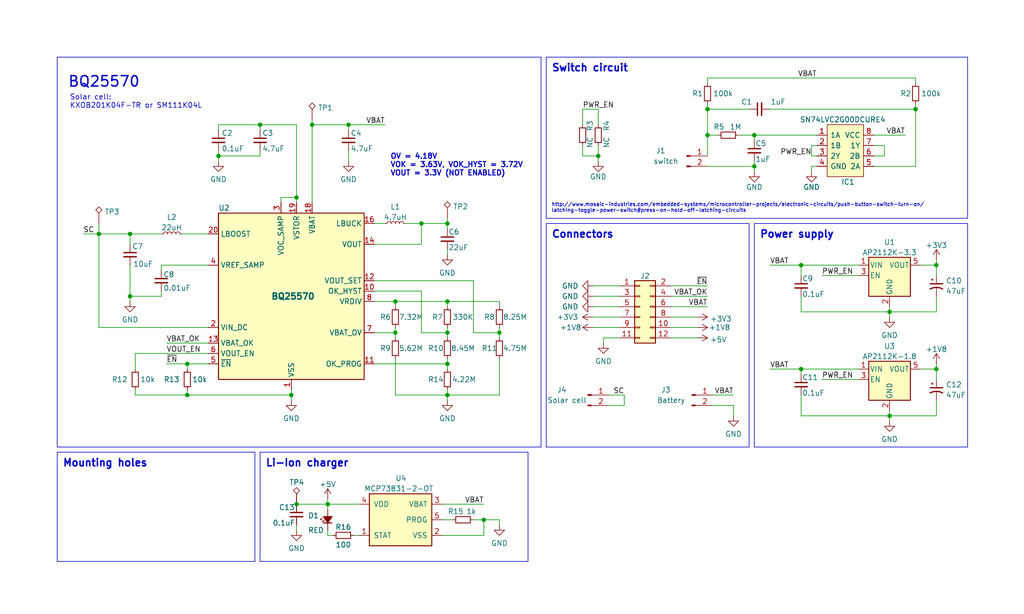
<source format=kicad_sch>
(kicad_sch (version 20230121) (generator eeschema)

  (uuid 65265907-6721-4f79-b3a8-f708d4e7460b)

  (paper "User" 250.012 150.012)

  (title_block
    (title "HexSense Svalbard - PWR")
    (date "2023-05-23")
    (company "MIT Media Lab")
    (comment 1 "Fangzheng Liu")
  )

  (lib_symbols
    (symbol "Battery_Management:BQ25570" (in_bom yes) (on_board yes)
      (property "Reference" "U?" (at -15.24 16.51 0)
        (effects (font (size 1.27 1.27)) (justify left))
      )
      (property "Value" "BQ25570" (at -2.54 -5.08 0)
        (effects (font (size 1.524 1.524) bold) (justify left))
      )
      (property "Footprint" "Package_DFN_QFN:QFN-20-1EP_3.5x3.5mm_P0.5mm_EP2x2mm" (at 7.62 33.02 0)
        (effects (font (size 1.27 1.27)) hide)
      )
      (property "Datasheet" "http://www.ti.com/lit/ds/symlink/bq25570.pdf" (at 10.16 30.48 0)
        (effects (font (size 1.27 1.27)) hide)
      )
      (property "ki_keywords" "harvester solar TEG charger li-on buck" (at 0 0 0)
        (effects (font (size 1.27 1.27)) hide)
      )
      (property "ki_description" "Nano Power Boost Charger and Buck Converter for Energy Harvester Powered Applications, QFN-20" (at 0 0 0)
        (effects (font (size 1.27 1.27)) hide)
      )
      (property "ki_fp_filters" "QFN*1EP*3.5x3.5mm*P0.5mm*" (at 0 0 0)
        (effects (font (size 1.27 1.27)) hide)
      )
      (symbol "BQ25570_0_1"
        (rectangle (start -15.24 15.24) (end 20.32 -25.4)
          (stroke (width 0.254) (type default))
          (fill (type background))
        )
      )
      (symbol "BQ25570_1_1"
        (pin power_in line (at 2.54 -27.94 90) (length 2.54)
          (name "VSS" (effects (font (size 1.27 1.27))))
          (number "1" (effects (font (size 1.27 1.27))))
        )
        (pin input line (at 22.86 -3.81 180) (length 2.54)
          (name "OK_HYST" (effects (font (size 1.27 1.27))))
          (number "10" (effects (font (size 1.27 1.27))))
        )
        (pin input line (at 22.86 -21.59 180) (length 2.54)
          (name "OK_PROG" (effects (font (size 1.27 1.27))))
          (number "11" (effects (font (size 1.27 1.27))))
        )
        (pin input line (at 22.86 -1.27 180) (length 2.54)
          (name "VOUT_SET" (effects (font (size 1.27 1.27))))
          (number "12" (effects (font (size 1.27 1.27))))
        )
        (pin output line (at -17.78 -16.51 0) (length 2.54)
          (name "VBAT_OK" (effects (font (size 1.27 1.27))))
          (number "13" (effects (font (size 1.27 1.27))))
        )
        (pin input line (at 22.86 7.62 180) (length 2.54)
          (name "VOUT" (effects (font (size 1.27 1.27))))
          (number "14" (effects (font (size 1.27 1.27))))
        )
        (pin passive line (at 2.54 -27.94 90) (length 2.54) hide
          (name "VSS" (effects (font (size 1.27 1.27))))
          (number "15" (effects (font (size 1.27 1.27))))
        )
        (pin passive line (at 22.86 12.7 180) (length 2.54)
          (name "LBUCK" (effects (font (size 1.27 1.27))))
          (number "16" (effects (font (size 1.27 1.27))))
        )
        (pin passive line (at 2.54 -27.94 90) (length 2.54) hide
          (name "VSS" (effects (font (size 1.27 1.27))))
          (number "17" (effects (font (size 1.27 1.27))))
        )
        (pin power_in line (at 7.62 17.78 270) (length 2.54)
          (name "VBAT" (effects (font (size 1.27 1.27))))
          (number "18" (effects (font (size 1.27 1.27))))
        )
        (pin power_out line (at 3.81 17.78 270) (length 2.54)
          (name "VSTOR" (effects (font (size 1.27 1.27))))
          (number "19" (effects (font (size 1.27 1.27))))
        )
        (pin power_in line (at -17.78 -12.7 0) (length 2.54)
          (name "VIN_DC" (effects (font (size 1.27 1.27))))
          (number "2" (effects (font (size 1.27 1.27))))
        )
        (pin passive line (at -17.78 10.16 0) (length 2.54)
          (name "LBOOST" (effects (font (size 1.27 1.27))))
          (number "20" (effects (font (size 1.27 1.27))))
        )
        (pin passive line (at 2.54 -27.94 90) (length 2.54) hide
          (name "VSS" (effects (font (size 1.27 1.27))))
          (number "21" (effects (font (size 1.27 1.27))))
        )
        (pin input line (at 0 17.78 270) (length 2.54)
          (name "VOC_SAMP" (effects (font (size 1.27 1.27))))
          (number "3" (effects (font (size 1.27 1.27))))
        )
        (pin passive line (at -17.78 2.54 0) (length 2.54)
          (name "VREF_SAMP" (effects (font (size 1.27 1.27))))
          (number "4" (effects (font (size 1.27 1.27))))
        )
        (pin input line (at -17.78 -21.59 0) (length 2.54)
          (name "~{EN}" (effects (font (size 1.27 1.27))))
          (number "5" (effects (font (size 1.27 1.27))))
        )
        (pin input line (at -17.78 -19.05 0) (length 2.54)
          (name "VOUT_EN" (effects (font (size 1.27 1.27))))
          (number "6" (effects (font (size 1.27 1.27))))
        )
        (pin input line (at 22.86 -13.97 180) (length 2.54)
          (name "VBAT_OV" (effects (font (size 1.27 1.27))))
          (number "7" (effects (font (size 1.27 1.27))))
        )
        (pin output line (at 22.86 -6.35 180) (length 2.54)
          (name "VRDIV" (effects (font (size 1.27 1.27))))
          (number "8" (effects (font (size 1.27 1.27))))
        )
        (pin passive line (at 2.54 -27.94 90) (length 2.54) hide
          (name "VSS" (effects (font (size 1.27 1.27))))
          (number "9" (effects (font (size 1.27 1.27))))
        )
      )
    )
    (symbol "Battery_Management:MCP73831-2-OT" (pin_names (offset 1.016)) (in_bom yes) (on_board yes)
      (property "Reference" "U?" (at -1.27 8.89 0)
        (effects (font (size 1.27 1.27)) (justify left))
      )
      (property "Value" "MCP73831-2-OT" (at -8.89 6.35 0)
        (effects (font (size 1.27 1.27)) (justify left))
      )
      (property "Footprint" "Package_TO_SOT_SMD:SOT-23-5" (at -15.24 24.13 0)
        (effects (font (size 1.27 1.27) italic) (justify left) hide)
      )
      (property "Datasheet" "http://ww1.microchip.com/downloads/en/DeviceDoc/20001984g.pdf" (at -2.54 26.67 0)
        (effects (font (size 1.27 1.27)) hide)
      )
      (property "ki_keywords" "battery charger lithium" (at 0 0 0)
        (effects (font (size 1.27 1.27)) hide)
      )
      (property "ki_description" "Single cell, Li-Ion/Li-Po charge management controller, 4.20V, Tri-State Status Output, in SOT23-5 package" (at 0 0 0)
        (effects (font (size 1.27 1.27)) hide)
      )
      (property "ki_fp_filters" "SOT?23*" (at 0 0 0)
        (effects (font (size 1.27 1.27)) hide)
      )
      (symbol "MCP73831-2-OT_0_1"
        (rectangle (start -7.62 5.08) (end 7.62 -7.62)
          (stroke (width 0.254) (type default))
          (fill (type background))
        )
      )
      (symbol "MCP73831-2-OT_1_1"
        (pin output line (at -10.16 -5.08 0) (length 2.54)
          (name "STAT" (effects (font (size 1.27 1.27))))
          (number "1" (effects (font (size 1.27 1.27))))
        )
        (pin power_in line (at 10.16 -5.08 180) (length 2.54)
          (name "VSS" (effects (font (size 1.27 1.27))))
          (number "2" (effects (font (size 1.27 1.27))))
        )
        (pin power_out line (at 10.16 2.54 180) (length 2.54)
          (name "VBAT" (effects (font (size 1.27 1.27))))
          (number "3" (effects (font (size 1.27 1.27))))
        )
        (pin power_in line (at -10.16 2.54 0) (length 2.54)
          (name "VDD" (effects (font (size 1.27 1.27))))
          (number "4" (effects (font (size 1.27 1.27))))
        )
        (pin input line (at 10.16 -1.27 180) (length 2.54)
          (name "PROG" (effects (font (size 1.27 1.27))))
          (number "5" (effects (font (size 1.27 1.27))))
        )
      )
    )
    (symbol "Connector:Conn_01x02_Male" (pin_names (offset 1.016) hide) (in_bom yes) (on_board yes)
      (property "Reference" "J" (at 0 2.54 0)
        (effects (font (size 1.27 1.27)))
      )
      (property "Value" "Conn_01x02_Male" (at 0 -5.08 0)
        (effects (font (size 1.27 1.27)))
      )
      (property "Footprint" "" (at 0 0 0)
        (effects (font (size 1.27 1.27)) hide)
      )
      (property "Datasheet" "~" (at 0 0 0)
        (effects (font (size 1.27 1.27)) hide)
      )
      (property "ki_keywords" "connector" (at 0 0 0)
        (effects (font (size 1.27 1.27)) hide)
      )
      (property "ki_description" "Generic connector, single row, 01x02, script generated (kicad-library-utils/schlib/autogen/connector/)" (at 0 0 0)
        (effects (font (size 1.27 1.27)) hide)
      )
      (property "ki_fp_filters" "Connector*:*_1x??_*" (at 0 0 0)
        (effects (font (size 1.27 1.27)) hide)
      )
      (symbol "Conn_01x02_Male_1_1"
        (polyline
          (pts
            (xy 1.27 -2.54)
            (xy 0.8636 -2.54)
          )
          (stroke (width 0.1524) (type default))
          (fill (type none))
        )
        (polyline
          (pts
            (xy 1.27 0)
            (xy 0.8636 0)
          )
          (stroke (width 0.1524) (type default))
          (fill (type none))
        )
        (rectangle (start 0.8636 -2.413) (end 0 -2.667)
          (stroke (width 0.1524) (type default))
          (fill (type outline))
        )
        (rectangle (start 0.8636 0.127) (end 0 -0.127)
          (stroke (width 0.1524) (type default))
          (fill (type outline))
        )
        (pin passive line (at 5.08 0 180) (length 3.81)
          (name "Pin_1" (effects (font (size 1.27 1.27))))
          (number "1" (effects (font (size 1.27 1.27))))
        )
        (pin passive line (at 5.08 -2.54 180) (length 3.81)
          (name "Pin_2" (effects (font (size 1.27 1.27))))
          (number "2" (effects (font (size 1.27 1.27))))
        )
      )
    )
    (symbol "Connector:TestPoint_Alt" (pin_numbers hide) (pin_names (offset 0.762) hide) (in_bom yes) (on_board yes)
      (property "Reference" "TP" (at 0 6.858 0)
        (effects (font (size 1.27 1.27)))
      )
      (property "Value" "TestPoint_Alt" (at 0 5.08 0)
        (effects (font (size 1.27 1.27)))
      )
      (property "Footprint" "" (at 5.08 0 0)
        (effects (font (size 1.27 1.27)) hide)
      )
      (property "Datasheet" "~" (at 5.08 0 0)
        (effects (font (size 1.27 1.27)) hide)
      )
      (property "ki_keywords" "test point tp" (at 0 0 0)
        (effects (font (size 1.27 1.27)) hide)
      )
      (property "ki_description" "test point (alternative shape)" (at 0 0 0)
        (effects (font (size 1.27 1.27)) hide)
      )
      (property "ki_fp_filters" "Pin* Test*" (at 0 0 0)
        (effects (font (size 1.27 1.27)) hide)
      )
      (symbol "TestPoint_Alt_0_1"
        (polyline
          (pts
            (xy 0 2.54)
            (xy -0.762 3.302)
            (xy 0 4.064)
            (xy 0.762 3.302)
            (xy 0 2.54)
          )
          (stroke (width 0) (type default))
          (fill (type none))
        )
      )
      (symbol "TestPoint_Alt_1_1"
        (pin passive line (at 0 0 90) (length 2.54)
          (name "1" (effects (font (size 1.27 1.27))))
          (number "1" (effects (font (size 1.27 1.27))))
        )
      )
    )
    (symbol "Connector_Generic:Conn_02x06_Odd_Even" (pin_names (offset 1.016) hide) (in_bom yes) (on_board yes)
      (property "Reference" "J" (at 1.27 7.62 0)
        (effects (font (size 1.27 1.27)))
      )
      (property "Value" "Conn_02x06_Odd_Even" (at 1.27 -10.16 0)
        (effects (font (size 1.27 1.27)))
      )
      (property "Footprint" "" (at 0 0 0)
        (effects (font (size 1.27 1.27)) hide)
      )
      (property "Datasheet" "~" (at 0 0 0)
        (effects (font (size 1.27 1.27)) hide)
      )
      (property "ki_keywords" "connector" (at 0 0 0)
        (effects (font (size 1.27 1.27)) hide)
      )
      (property "ki_description" "Generic connector, double row, 02x06, odd/even pin numbering scheme (row 1 odd numbers, row 2 even numbers), script generated (kicad-library-utils/schlib/autogen/connector/)" (at 0 0 0)
        (effects (font (size 1.27 1.27)) hide)
      )
      (property "ki_fp_filters" "Connector*:*_2x??_*" (at 0 0 0)
        (effects (font (size 1.27 1.27)) hide)
      )
      (symbol "Conn_02x06_Odd_Even_1_1"
        (rectangle (start -1.27 -7.493) (end 0 -7.747)
          (stroke (width 0.1524) (type default))
          (fill (type none))
        )
        (rectangle (start -1.27 -4.953) (end 0 -5.207)
          (stroke (width 0.1524) (type default))
          (fill (type none))
        )
        (rectangle (start -1.27 -2.413) (end 0 -2.667)
          (stroke (width 0.1524) (type default))
          (fill (type none))
        )
        (rectangle (start -1.27 0.127) (end 0 -0.127)
          (stroke (width 0.1524) (type default))
          (fill (type none))
        )
        (rectangle (start -1.27 2.667) (end 0 2.413)
          (stroke (width 0.1524) (type default))
          (fill (type none))
        )
        (rectangle (start -1.27 5.207) (end 0 4.953)
          (stroke (width 0.1524) (type default))
          (fill (type none))
        )
        (rectangle (start -1.27 6.35) (end 3.81 -8.89)
          (stroke (width 0.254) (type default))
          (fill (type background))
        )
        (rectangle (start 3.81 -7.493) (end 2.54 -7.747)
          (stroke (width 0.1524) (type default))
          (fill (type none))
        )
        (rectangle (start 3.81 -4.953) (end 2.54 -5.207)
          (stroke (width 0.1524) (type default))
          (fill (type none))
        )
        (rectangle (start 3.81 -2.413) (end 2.54 -2.667)
          (stroke (width 0.1524) (type default))
          (fill (type none))
        )
        (rectangle (start 3.81 0.127) (end 2.54 -0.127)
          (stroke (width 0.1524) (type default))
          (fill (type none))
        )
        (rectangle (start 3.81 2.667) (end 2.54 2.413)
          (stroke (width 0.1524) (type default))
          (fill (type none))
        )
        (rectangle (start 3.81 5.207) (end 2.54 4.953)
          (stroke (width 0.1524) (type default))
          (fill (type none))
        )
        (pin passive line (at -5.08 5.08 0) (length 3.81)
          (name "Pin_1" (effects (font (size 1.27 1.27))))
          (number "1" (effects (font (size 1.27 1.27))))
        )
        (pin passive line (at 7.62 -5.08 180) (length 3.81)
          (name "Pin_10" (effects (font (size 1.27 1.27))))
          (number "10" (effects (font (size 1.27 1.27))))
        )
        (pin passive line (at -5.08 -7.62 0) (length 3.81)
          (name "Pin_11" (effects (font (size 1.27 1.27))))
          (number "11" (effects (font (size 1.27 1.27))))
        )
        (pin passive line (at 7.62 -7.62 180) (length 3.81)
          (name "Pin_12" (effects (font (size 1.27 1.27))))
          (number "12" (effects (font (size 1.27 1.27))))
        )
        (pin passive line (at 7.62 5.08 180) (length 3.81)
          (name "Pin_2" (effects (font (size 1.27 1.27))))
          (number "2" (effects (font (size 1.27 1.27))))
        )
        (pin passive line (at -5.08 2.54 0) (length 3.81)
          (name "Pin_3" (effects (font (size 1.27 1.27))))
          (number "3" (effects (font (size 1.27 1.27))))
        )
        (pin passive line (at 7.62 2.54 180) (length 3.81)
          (name "Pin_4" (effects (font (size 1.27 1.27))))
          (number "4" (effects (font (size 1.27 1.27))))
        )
        (pin passive line (at -5.08 0 0) (length 3.81)
          (name "Pin_5" (effects (font (size 1.27 1.27))))
          (number "5" (effects (font (size 1.27 1.27))))
        )
        (pin passive line (at 7.62 0 180) (length 3.81)
          (name "Pin_6" (effects (font (size 1.27 1.27))))
          (number "6" (effects (font (size 1.27 1.27))))
        )
        (pin passive line (at -5.08 -2.54 0) (length 3.81)
          (name "Pin_7" (effects (font (size 1.27 1.27))))
          (number "7" (effects (font (size 1.27 1.27))))
        )
        (pin passive line (at 7.62 -2.54 180) (length 3.81)
          (name "Pin_8" (effects (font (size 1.27 1.27))))
          (number "8" (effects (font (size 1.27 1.27))))
        )
        (pin passive line (at -5.08 -5.08 0) (length 3.81)
          (name "Pin_9" (effects (font (size 1.27 1.27))))
          (number "9" (effects (font (size 1.27 1.27))))
        )
      )
    )
    (symbol "Device:C_Polarized_Small_US" (pin_numbers hide) (pin_names (offset 0.254) hide) (in_bom yes) (on_board yes)
      (property "Reference" "C" (at 0.254 1.778 0)
        (effects (font (size 1.27 1.27)) (justify left))
      )
      (property "Value" "C_Polarized_Small_US" (at 0.254 -2.032 0)
        (effects (font (size 1.27 1.27)) (justify left))
      )
      (property "Footprint" "" (at 0 0 0)
        (effects (font (size 1.27 1.27)) hide)
      )
      (property "Datasheet" "~" (at 0 0 0)
        (effects (font (size 1.27 1.27)) hide)
      )
      (property "ki_keywords" "cap capacitor" (at 0 0 0)
        (effects (font (size 1.27 1.27)) hide)
      )
      (property "ki_description" "Polarized capacitor, small US symbol" (at 0 0 0)
        (effects (font (size 1.27 1.27)) hide)
      )
      (property "ki_fp_filters" "CP_*" (at 0 0 0)
        (effects (font (size 1.27 1.27)) hide)
      )
      (symbol "C_Polarized_Small_US_0_1"
        (polyline
          (pts
            (xy -1.524 0.508)
            (xy 1.524 0.508)
          )
          (stroke (width 0.3048) (type default))
          (fill (type none))
        )
        (polyline
          (pts
            (xy -1.27 1.524)
            (xy -0.762 1.524)
          )
          (stroke (width 0) (type default))
          (fill (type none))
        )
        (polyline
          (pts
            (xy -1.016 1.27)
            (xy -1.016 1.778)
          )
          (stroke (width 0) (type default))
          (fill (type none))
        )
        (arc (start 1.524 -0.762) (mid 0 -0.3734) (end -1.524 -0.762)
          (stroke (width 0.3048) (type default))
          (fill (type none))
        )
      )
      (symbol "C_Polarized_Small_US_1_1"
        (pin passive line (at 0 2.54 270) (length 2.032)
          (name "~" (effects (font (size 1.27 1.27))))
          (number "1" (effects (font (size 1.27 1.27))))
        )
        (pin passive line (at 0 -2.54 90) (length 2.032)
          (name "~" (effects (font (size 1.27 1.27))))
          (number "2" (effects (font (size 1.27 1.27))))
        )
      )
    )
    (symbol "Device:C_Small" (pin_numbers hide) (pin_names (offset 0.254) hide) (in_bom yes) (on_board yes)
      (property "Reference" "C" (at 0.254 1.778 0)
        (effects (font (size 1.27 1.27)) (justify left))
      )
      (property "Value" "C_Small" (at 0.254 -2.032 0)
        (effects (font (size 1.27 1.27)) (justify left))
      )
      (property "Footprint" "" (at 0 0 0)
        (effects (font (size 1.27 1.27)) hide)
      )
      (property "Datasheet" "~" (at 0 0 0)
        (effects (font (size 1.27 1.27)) hide)
      )
      (property "ki_keywords" "capacitor cap" (at 0 0 0)
        (effects (font (size 1.27 1.27)) hide)
      )
      (property "ki_description" "Unpolarized capacitor, small symbol" (at 0 0 0)
        (effects (font (size 1.27 1.27)) hide)
      )
      (property "ki_fp_filters" "C_*" (at 0 0 0)
        (effects (font (size 1.27 1.27)) hide)
      )
      (symbol "C_Small_0_1"
        (polyline
          (pts
            (xy -1.524 -0.508)
            (xy 1.524 -0.508)
          )
          (stroke (width 0.3302) (type default))
          (fill (type none))
        )
        (polyline
          (pts
            (xy -1.524 0.508)
            (xy 1.524 0.508)
          )
          (stroke (width 0.3048) (type default))
          (fill (type none))
        )
      )
      (symbol "C_Small_1_1"
        (pin passive line (at 0 2.54 270) (length 2.032)
          (name "~" (effects (font (size 1.27 1.27))))
          (number "1" (effects (font (size 1.27 1.27))))
        )
        (pin passive line (at 0 -2.54 90) (length 2.032)
          (name "~" (effects (font (size 1.27 1.27))))
          (number "2" (effects (font (size 1.27 1.27))))
        )
      )
    )
    (symbol "Device:LED_Small_Filled" (pin_numbers hide) (pin_names (offset 0.254) hide) (in_bom yes) (on_board yes)
      (property "Reference" "D" (at -1.27 3.175 0)
        (effects (font (size 1.27 1.27)) (justify left))
      )
      (property "Value" "LED_Small_Filled" (at -4.445 -2.54 0)
        (effects (font (size 1.27 1.27)) (justify left))
      )
      (property "Footprint" "" (at 0 0 90)
        (effects (font (size 1.27 1.27)) hide)
      )
      (property "Datasheet" "~" (at 0 0 90)
        (effects (font (size 1.27 1.27)) hide)
      )
      (property "ki_keywords" "LED diode light-emitting-diode" (at 0 0 0)
        (effects (font (size 1.27 1.27)) hide)
      )
      (property "ki_description" "Light emitting diode, small symbol, filled shape" (at 0 0 0)
        (effects (font (size 1.27 1.27)) hide)
      )
      (property "ki_fp_filters" "LED* LED_SMD:* LED_THT:*" (at 0 0 0)
        (effects (font (size 1.27 1.27)) hide)
      )
      (symbol "LED_Small_Filled_0_1"
        (polyline
          (pts
            (xy -0.762 -1.016)
            (xy -0.762 1.016)
          )
          (stroke (width 0.254) (type default))
          (fill (type none))
        )
        (polyline
          (pts
            (xy 1.016 0)
            (xy -0.762 0)
          )
          (stroke (width 0) (type default))
          (fill (type none))
        )
        (polyline
          (pts
            (xy 0.762 -1.016)
            (xy -0.762 0)
            (xy 0.762 1.016)
            (xy 0.762 -1.016)
          )
          (stroke (width 0.254) (type default))
          (fill (type outline))
        )
        (polyline
          (pts
            (xy 0 0.762)
            (xy -0.508 1.27)
            (xy -0.254 1.27)
            (xy -0.508 1.27)
            (xy -0.508 1.016)
          )
          (stroke (width 0) (type default))
          (fill (type none))
        )
        (polyline
          (pts
            (xy 0.508 1.27)
            (xy 0 1.778)
            (xy 0.254 1.778)
            (xy 0 1.778)
            (xy 0 1.524)
          )
          (stroke (width 0) (type default))
          (fill (type none))
        )
      )
      (symbol "LED_Small_Filled_1_1"
        (pin passive line (at -2.54 0 0) (length 1.778)
          (name "K" (effects (font (size 1.27 1.27))))
          (number "1" (effects (font (size 1.27 1.27))))
        )
        (pin passive line (at 2.54 0 180) (length 1.778)
          (name "A" (effects (font (size 1.27 1.27))))
          (number "2" (effects (font (size 1.27 1.27))))
        )
      )
    )
    (symbol "Device:L_Small" (pin_numbers hide) (pin_names (offset 0.254) hide) (in_bom yes) (on_board yes)
      (property "Reference" "L" (at 0.762 1.016 0)
        (effects (font (size 1.27 1.27)) (justify left))
      )
      (property "Value" "L_Small" (at 0.762 -1.016 0)
        (effects (font (size 1.27 1.27)) (justify left))
      )
      (property "Footprint" "" (at 0 0 0)
        (effects (font (size 1.27 1.27)) hide)
      )
      (property "Datasheet" "~" (at 0 0 0)
        (effects (font (size 1.27 1.27)) hide)
      )
      (property "ki_keywords" "inductor choke coil reactor magnetic" (at 0 0 0)
        (effects (font (size 1.27 1.27)) hide)
      )
      (property "ki_description" "Inductor, small symbol" (at 0 0 0)
        (effects (font (size 1.27 1.27)) hide)
      )
      (property "ki_fp_filters" "Choke_* *Coil* Inductor_* L_*" (at 0 0 0)
        (effects (font (size 1.27 1.27)) hide)
      )
      (symbol "L_Small_0_1"
        (arc (start 0 -2.032) (mid 0.5058 -1.524) (end 0 -1.016)
          (stroke (width 0) (type default))
          (fill (type none))
        )
        (arc (start 0 -1.016) (mid 0.5058 -0.508) (end 0 0)
          (stroke (width 0) (type default))
          (fill (type none))
        )
        (arc (start 0 0) (mid 0.5058 0.508) (end 0 1.016)
          (stroke (width 0) (type default))
          (fill (type none))
        )
        (arc (start 0 1.016) (mid 0.5058 1.524) (end 0 2.032)
          (stroke (width 0) (type default))
          (fill (type none))
        )
      )
      (symbol "L_Small_1_1"
        (pin passive line (at 0 2.54 270) (length 0.508)
          (name "~" (effects (font (size 1.27 1.27))))
          (number "1" (effects (font (size 1.27 1.27))))
        )
        (pin passive line (at 0 -2.54 90) (length 0.508)
          (name "~" (effects (font (size 1.27 1.27))))
          (number "2" (effects (font (size 1.27 1.27))))
        )
      )
    )
    (symbol "Device:R_Small" (pin_numbers hide) (pin_names (offset 0.254) hide) (in_bom yes) (on_board yes)
      (property "Reference" "R" (at 0.762 0.508 0)
        (effects (font (size 1.27 1.27)) (justify left))
      )
      (property "Value" "R_Small" (at 0.762 -1.016 0)
        (effects (font (size 1.27 1.27)) (justify left))
      )
      (property "Footprint" "" (at 0 0 0)
        (effects (font (size 1.27 1.27)) hide)
      )
      (property "Datasheet" "~" (at 0 0 0)
        (effects (font (size 1.27 1.27)) hide)
      )
      (property "ki_keywords" "R resistor" (at 0 0 0)
        (effects (font (size 1.27 1.27)) hide)
      )
      (property "ki_description" "Resistor, small symbol" (at 0 0 0)
        (effects (font (size 1.27 1.27)) hide)
      )
      (property "ki_fp_filters" "R_*" (at 0 0 0)
        (effects (font (size 1.27 1.27)) hide)
      )
      (symbol "R_Small_0_1"
        (rectangle (start -0.762 1.778) (end 0.762 -1.778)
          (stroke (width 0.2032) (type default))
          (fill (type none))
        )
      )
      (symbol "R_Small_1_1"
        (pin passive line (at 0 2.54 270) (length 0.762)
          (name "~" (effects (font (size 1.27 1.27))))
          (number "1" (effects (font (size 1.27 1.27))))
        )
        (pin passive line (at 0 -2.54 90) (length 0.762)
          (name "~" (effects (font (size 1.27 1.27))))
          (number "2" (effects (font (size 1.27 1.27))))
        )
      )
    )
    (symbol "Regulator_Linear:AP2112K-1.8" (pin_names (offset 0.254)) (in_bom yes) (on_board yes)
      (property "Reference" "U" (at -5.08 5.715 0)
        (effects (font (size 1.27 1.27)) (justify left))
      )
      (property "Value" "AP2112K-1.8" (at 0 5.715 0)
        (effects (font (size 1.27 1.27)) (justify left))
      )
      (property "Footprint" "Package_TO_SOT_SMD:SOT-23-5" (at 0 8.255 0)
        (effects (font (size 1.27 1.27)) hide)
      )
      (property "Datasheet" "https://www.diodes.com/assets/Datasheets/AP2112.pdf" (at 0 2.54 0)
        (effects (font (size 1.27 1.27)) hide)
      )
      (property "ki_keywords" "linear regulator ldo fixed positive" (at 0 0 0)
        (effects (font (size 1.27 1.27)) hide)
      )
      (property "ki_description" "600mA low dropout linear regulator, with enable pin, 2.5V-6V input voltage range, 1.8V fixed positive output, SOT-23-5" (at 0 0 0)
        (effects (font (size 1.27 1.27)) hide)
      )
      (property "ki_fp_filters" "SOT?23?5*" (at 0 0 0)
        (effects (font (size 1.27 1.27)) hide)
      )
      (symbol "AP2112K-1.8_0_1"
        (rectangle (start -5.08 4.445) (end 5.08 -5.08)
          (stroke (width 0.254) (type default))
          (fill (type background))
        )
      )
      (symbol "AP2112K-1.8_1_1"
        (pin power_in line (at -7.62 2.54 0) (length 2.54)
          (name "VIN" (effects (font (size 1.27 1.27))))
          (number "1" (effects (font (size 1.27 1.27))))
        )
        (pin power_in line (at 0 -7.62 90) (length 2.54)
          (name "GND" (effects (font (size 1.27 1.27))))
          (number "2" (effects (font (size 1.27 1.27))))
        )
        (pin input line (at -7.62 0 0) (length 2.54)
          (name "EN" (effects (font (size 1.27 1.27))))
          (number "3" (effects (font (size 1.27 1.27))))
        )
        (pin no_connect line (at 5.08 0 180) (length 2.54) hide
          (name "NC" (effects (font (size 1.27 1.27))))
          (number "4" (effects (font (size 1.27 1.27))))
        )
        (pin power_out line (at 7.62 2.54 180) (length 2.54)
          (name "VOUT" (effects (font (size 1.27 1.27))))
          (number "5" (effects (font (size 1.27 1.27))))
        )
      )
    )
    (symbol "Regulator_Linear:AP2112K-3.3" (pin_names (offset 0.254)) (in_bom yes) (on_board yes)
      (property "Reference" "U" (at -5.08 5.715 0)
        (effects (font (size 1.27 1.27)) (justify left))
      )
      (property "Value" "AP2112K-3.3" (at 0 5.715 0)
        (effects (font (size 1.27 1.27)) (justify left))
      )
      (property "Footprint" "Package_TO_SOT_SMD:SOT-23-5" (at 0 8.255 0)
        (effects (font (size 1.27 1.27)) hide)
      )
      (property "Datasheet" "https://www.diodes.com/assets/Datasheets/AP2112.pdf" (at 0 2.54 0)
        (effects (font (size 1.27 1.27)) hide)
      )
      (property "ki_keywords" "linear regulator ldo fixed positive" (at 0 0 0)
        (effects (font (size 1.27 1.27)) hide)
      )
      (property "ki_description" "600mA low dropout linear regulator, with enable pin, 3.8V-6V input voltage range, 3.3V fixed positive output, SOT-23-5" (at 0 0 0)
        (effects (font (size 1.27 1.27)) hide)
      )
      (property "ki_fp_filters" "SOT?23?5*" (at 0 0 0)
        (effects (font (size 1.27 1.27)) hide)
      )
      (symbol "AP2112K-3.3_0_1"
        (rectangle (start -5.08 4.445) (end 5.08 -5.08)
          (stroke (width 0.254) (type default))
          (fill (type background))
        )
      )
      (symbol "AP2112K-3.3_1_1"
        (pin power_in line (at -7.62 2.54 0) (length 2.54)
          (name "VIN" (effects (font (size 1.27 1.27))))
          (number "1" (effects (font (size 1.27 1.27))))
        )
        (pin power_in line (at 0 -7.62 90) (length 2.54)
          (name "GND" (effects (font (size 1.27 1.27))))
          (number "2" (effects (font (size 1.27 1.27))))
        )
        (pin input line (at -7.62 0 0) (length 2.54)
          (name "EN" (effects (font (size 1.27 1.27))))
          (number "3" (effects (font (size 1.27 1.27))))
        )
        (pin no_connect line (at 5.08 0 180) (length 2.54) hide
          (name "NC" (effects (font (size 1.27 1.27))))
          (number "4" (effects (font (size 1.27 1.27))))
        )
        (pin power_out line (at 7.62 2.54 180) (length 2.54)
          (name "VOUT" (effects (font (size 1.27 1.27))))
          (number "5" (effects (font (size 1.27 1.27))))
        )
      )
    )
    (symbol "SamacSys_Parts:SN74LVC2G00DCURE4" (pin_names (offset 0.762)) (in_bom yes) (on_board yes)
      (property "Reference" "IC" (at 8.89 6.35 0)
        (effects (font (size 1.27 1.27)) (justify left))
      )
      (property "Value" "SN74LVC2G00DCURE4" (at -1.27 3.81 0)
        (effects (font (size 1.27 1.27)) (justify left))
      )
      (property "Footprint" "SOP50P310X90-8N" (at 39.37 25.4 0)
        (effects (font (size 1.27 1.27)) (justify left) hide)
      )
      (property "Datasheet" "http://www.ti.com/general/docs/lit/getliterature.tsp?genericPartNumber=SN74LVC2G00&amp;&amp;fileType=pdf" (at 39.37 22.86 0)
        (effects (font (size 1.27 1.27)) (justify left) hide)
      )
      (property "Description" "TEXAS INSTRUMENTS - SN74LVC2G00DCURE4 - IC, NAND-GATE, DUAL 2-INPUT, SMD" (at 39.37 20.32 0)
        (effects (font (size 1.27 1.27)) (justify left) hide)
      )
      (property "Height" "0.9" (at 39.37 7.62 0)
        (effects (font (size 1.27 1.27)) (justify left) hide)
      )
      (property "Manufacturer_Name" "Texas Instruments" (at 39.37 17.78 0)
        (effects (font (size 1.27 1.27)) (justify left) hide)
      )
      (property "Manufacturer_Part_Number" "SN74LVC2G00DCURE4" (at 39.37 15.24 0)
        (effects (font (size 1.27 1.27)) (justify left) hide)
      )
      (property "Mouser Part Number" "" (at 21.59 -12.7 0)
        (effects (font (size 1.27 1.27)) (justify left) hide)
      )
      (property "Mouser Price/Stock" "" (at 39.37 15.24 0)
        (effects (font (size 1.27 1.27)) (justify left) hide)
      )
      (property "Arrow Part Number" "SN74LVC2G00DCURE4" (at 39.37 12.7 0)
        (effects (font (size 1.27 1.27)) (justify left) hide)
      )
      (property "Arrow Price/Stock" "https://www.arrow.com/en/products/sn74lvc2g00dcure4/texas-instruments" (at 39.37 10.16 0)
        (effects (font (size 1.27 1.27)) (justify left) hide)
      )
      (property "ki_description" "TEXAS INSTRUMENTS - SN74LVC2G00DCURE4 - IC, NAND-GATE, DUAL 2-INPUT, SMD" (at 0 0 0)
        (effects (font (size 1.27 1.27)) hide)
      )
      (symbol "SN74LVC2G00DCURE4_0_0"
        (pin passive line (at 2.54 0 0) (length 2.54)
          (name "1A" (effects (font (size 1.27 1.27))))
          (number "1" (effects (font (size 1.27 1.27))))
        )
        (pin passive line (at 2.54 -2.54 0) (length 2.54)
          (name "1B" (effects (font (size 1.27 1.27))))
          (number "2" (effects (font (size 1.27 1.27))))
        )
        (pin passive line (at 2.54 -5.08 0) (length 2.54)
          (name "2Y" (effects (font (size 1.27 1.27))))
          (number "3" (effects (font (size 1.27 1.27))))
        )
        (pin passive line (at 2.54 -7.62 0) (length 2.54)
          (name "GND" (effects (font (size 1.27 1.27))))
          (number "4" (effects (font (size 1.27 1.27))))
        )
        (pin passive line (at 16.51 -7.62 180) (length 2.54)
          (name "2A" (effects (font (size 1.27 1.27))))
          (number "5" (effects (font (size 1.27 1.27))))
        )
        (pin passive line (at 16.51 -5.08 180) (length 2.54)
          (name "2B" (effects (font (size 1.27 1.27))))
          (number "6" (effects (font (size 1.27 1.27))))
        )
        (pin passive line (at 16.51 -2.54 180) (length 2.54)
          (name "1Y" (effects (font (size 1.27 1.27))))
          (number "7" (effects (font (size 1.27 1.27))))
        )
        (pin passive line (at 16.51 0 180) (length 2.54)
          (name "VCC" (effects (font (size 1.27 1.27))))
          (number "8" (effects (font (size 1.27 1.27))))
        )
      )
      (symbol "SN74LVC2G00DCURE4_0_1"
        (polyline
          (pts
            (xy 5.08 2.54)
            (xy 13.97 2.54)
            (xy 13.97 -10.16)
            (xy 5.08 -10.16)
            (xy 5.08 2.54)
          )
          (stroke (width 0.1524) (type default))
          (fill (type background))
        )
      )
    )
    (symbol "power:+1V8" (power) (pin_names (offset 0)) (in_bom yes) (on_board yes)
      (property "Reference" "#PWR" (at 0 -3.81 0)
        (effects (font (size 1.27 1.27)) hide)
      )
      (property "Value" "+1V8" (at 0 3.556 0)
        (effects (font (size 1.27 1.27)))
      )
      (property "Footprint" "" (at 0 0 0)
        (effects (font (size 1.27 1.27)) hide)
      )
      (property "Datasheet" "" (at 0 0 0)
        (effects (font (size 1.27 1.27)) hide)
      )
      (property "ki_keywords" "power-flag" (at 0 0 0)
        (effects (font (size 1.27 1.27)) hide)
      )
      (property "ki_description" "Power symbol creates a global label with name \"+1V8\"" (at 0 0 0)
        (effects (font (size 1.27 1.27)) hide)
      )
      (symbol "+1V8_0_1"
        (polyline
          (pts
            (xy -0.762 1.27)
            (xy 0 2.54)
          )
          (stroke (width 0) (type default))
          (fill (type none))
        )
        (polyline
          (pts
            (xy 0 0)
            (xy 0 2.54)
          )
          (stroke (width 0) (type default))
          (fill (type none))
        )
        (polyline
          (pts
            (xy 0 2.54)
            (xy 0.762 1.27)
          )
          (stroke (width 0) (type default))
          (fill (type none))
        )
      )
      (symbol "+1V8_1_1"
        (pin power_in line (at 0 0 90) (length 0) hide
          (name "+1V8" (effects (font (size 1.27 1.27))))
          (number "1" (effects (font (size 1.27 1.27))))
        )
      )
    )
    (symbol "power:+3.3V" (power) (pin_names (offset 0)) (in_bom yes) (on_board yes)
      (property "Reference" "#PWR" (at 0 -3.81 0)
        (effects (font (size 1.27 1.27)) hide)
      )
      (property "Value" "+3.3V" (at 0 3.556 0)
        (effects (font (size 1.27 1.27)))
      )
      (property "Footprint" "" (at 0 0 0)
        (effects (font (size 1.27 1.27)) hide)
      )
      (property "Datasheet" "" (at 0 0 0)
        (effects (font (size 1.27 1.27)) hide)
      )
      (property "ki_keywords" "power-flag" (at 0 0 0)
        (effects (font (size 1.27 1.27)) hide)
      )
      (property "ki_description" "Power symbol creates a global label with name \"+3.3V\"" (at 0 0 0)
        (effects (font (size 1.27 1.27)) hide)
      )
      (symbol "+3.3V_0_1"
        (polyline
          (pts
            (xy -0.762 1.27)
            (xy 0 2.54)
          )
          (stroke (width 0) (type default))
          (fill (type none))
        )
        (polyline
          (pts
            (xy 0 0)
            (xy 0 2.54)
          )
          (stroke (width 0) (type default))
          (fill (type none))
        )
        (polyline
          (pts
            (xy 0 2.54)
            (xy 0.762 1.27)
          )
          (stroke (width 0) (type default))
          (fill (type none))
        )
      )
      (symbol "+3.3V_1_1"
        (pin power_in line (at 0 0 90) (length 0) hide
          (name "+3V3" (effects (font (size 1.27 1.27))))
          (number "1" (effects (font (size 1.27 1.27))))
        )
      )
    )
    (symbol "power:+5V" (power) (pin_names (offset 0)) (in_bom yes) (on_board yes)
      (property "Reference" "#PWR" (at 0 -3.81 0)
        (effects (font (size 1.27 1.27)) hide)
      )
      (property "Value" "+5V" (at 0 3.556 0)
        (effects (font (size 1.27 1.27)))
      )
      (property "Footprint" "" (at 0 0 0)
        (effects (font (size 1.27 1.27)) hide)
      )
      (property "Datasheet" "" (at 0 0 0)
        (effects (font (size 1.27 1.27)) hide)
      )
      (property "ki_keywords" "power-flag" (at 0 0 0)
        (effects (font (size 1.27 1.27)) hide)
      )
      (property "ki_description" "Power symbol creates a global label with name \"+5V\"" (at 0 0 0)
        (effects (font (size 1.27 1.27)) hide)
      )
      (symbol "+5V_0_1"
        (polyline
          (pts
            (xy -0.762 1.27)
            (xy 0 2.54)
          )
          (stroke (width 0) (type default))
          (fill (type none))
        )
        (polyline
          (pts
            (xy 0 0)
            (xy 0 2.54)
          )
          (stroke (width 0) (type default))
          (fill (type none))
        )
        (polyline
          (pts
            (xy 0 2.54)
            (xy 0.762 1.27)
          )
          (stroke (width 0) (type default))
          (fill (type none))
        )
      )
      (symbol "+5V_1_1"
        (pin power_in line (at 0 0 90) (length 0) hide
          (name "+5V" (effects (font (size 1.27 1.27))))
          (number "1" (effects (font (size 1.27 1.27))))
        )
      )
    )
    (symbol "power:GND" (power) (pin_names (offset 0)) (in_bom yes) (on_board yes)
      (property "Reference" "#PWR" (at 0 -6.35 0)
        (effects (font (size 1.27 1.27)) hide)
      )
      (property "Value" "GND" (at 0 -3.81 0)
        (effects (font (size 1.27 1.27)))
      )
      (property "Footprint" "" (at 0 0 0)
        (effects (font (size 1.27 1.27)) hide)
      )
      (property "Datasheet" "" (at 0 0 0)
        (effects (font (size 1.27 1.27)) hide)
      )
      (property "ki_keywords" "power-flag" (at 0 0 0)
        (effects (font (size 1.27 1.27)) hide)
      )
      (property "ki_description" "Power symbol creates a global label with name \"GND\" , ground" (at 0 0 0)
        (effects (font (size 1.27 1.27)) hide)
      )
      (symbol "GND_0_1"
        (polyline
          (pts
            (xy 0 0)
            (xy 0 -1.27)
            (xy 1.27 -1.27)
            (xy 0 -2.54)
            (xy -1.27 -1.27)
            (xy 0 -1.27)
          )
          (stroke (width 0) (type default))
          (fill (type none))
        )
      )
      (symbol "GND_1_1"
        (pin power_in line (at 0 0 270) (length 0) hide
          (name "GND" (effects (font (size 1.27 1.27))))
          (number "1" (effects (font (size 1.27 1.27))))
        )
      )
    )
  )

  (junction (at 72.39 123.19) (diameter 0) (color 0 0 0 0)
    (uuid 08d17fa6-0626-4e63-a1ed-3904aa68c725)
  )
  (junction (at 223.52 26.67) (diameter 0) (color 0 0 0 0)
    (uuid 105aa488-9150-4990-9602-14e085c74149)
  )
  (junction (at 63.5 30.48) (diameter 0) (color 0 0 0 0)
    (uuid 12ff6103-1c11-4678-9beb-6572f6874962)
  )
  (junction (at 31.75 72.39) (diameter 0) (color 0 0 0 0)
    (uuid 16a50ce0-644a-4301-9dd4-d7f809ba5fae)
  )
  (junction (at 172.72 26.67) (diameter 0) (color 0 0 0 0)
    (uuid 26896543-f5c4-4213-9b9f-9d5e7ecaa44c)
  )
  (junction (at 109.22 73.66) (diameter 0) (color 0 0 0 0)
    (uuid 28f5ea1b-3c1e-4431-8cc4-193520e0a498)
  )
  (junction (at 109.22 81.28) (diameter 0) (color 0 0 0 0)
    (uuid 2dcf16b8-1dbb-4768-9443-a2fd7c74378a)
  )
  (junction (at 146.05 38.1) (diameter 0) (color 0 0 0 0)
    (uuid 313387f6-b9f6-4298-996d-142f6b71cf14)
  )
  (junction (at 85.09 30.48) (diameter 0) (color 0 0 0 0)
    (uuid 381c8642-7feb-4fb7-a516-9df674ae5c43)
  )
  (junction (at 109.22 96.52) (diameter 0) (color 0 0 0 0)
    (uuid 38bcd18e-d2ae-4b21-ac9d-e6032dc5bd03)
  )
  (junction (at 118.11 127) (diameter 0) (color 0 0 0 0)
    (uuid 3cdad5cc-bc98-49f2-a23f-34f1bfce57a9)
  )
  (junction (at 109.22 88.9) (diameter 0) (color 0 0 0 0)
    (uuid 3f79f3bf-9fe0-4f9e-83fe-de220f7a373c)
  )
  (junction (at 172.72 33.02) (diameter 0) (color 0 0 0 0)
    (uuid 3f9880c9-12e1-40fa-b83e-a226c5d3c82c)
  )
  (junction (at 31.75 57.15) (diameter 0) (color 0 0 0 0)
    (uuid 49e20fc3-c328-40a5-9bfe-2488dcd6f86b)
  )
  (junction (at 228.6 90.17) (diameter 0) (color 0 0 0 0)
    (uuid 4b72cb55-ca92-4757-826e-c6ad5f81ff66)
  )
  (junction (at 184.15 40.64) (diameter 0) (color 0 0 0 0)
    (uuid 51b86421-fa4e-4ab7-9bca-62c8071cb456)
  )
  (junction (at 217.17 101.6) (diameter 0) (color 0 0 0 0)
    (uuid 615484b7-146a-49b1-aea7-d76a2dc60b07)
  )
  (junction (at 109.22 54.61) (diameter 0) (color 0 0 0 0)
    (uuid 6b1918e9-6991-4782-9eca-0356480e5d5b)
  )
  (junction (at 96.52 73.66) (diameter 0) (color 0 0 0 0)
    (uuid 6c167dfd-f3c3-43b4-bc75-b923b233b3e5)
  )
  (junction (at 195.58 90.17) (diameter 0) (color 0 0 0 0)
    (uuid 7bf83fcb-5b30-403b-a653-cb169afce017)
  )
  (junction (at 96.52 81.28) (diameter 0) (color 0 0 0 0)
    (uuid 7f023854-0613-47f9-872a-3058512879ef)
  )
  (junction (at 45.72 96.52) (diameter 0) (color 0 0 0 0)
    (uuid 861a6027-a0e0-4d8e-b69e-9ef2bfc265b4)
  )
  (junction (at 195.58 64.77) (diameter 0) (color 0 0 0 0)
    (uuid 930b2c69-645c-4981-9cf9-42be6abf0cb8)
  )
  (junction (at 45.72 88.9) (diameter 0) (color 0 0 0 0)
    (uuid a8a1864f-23e5-42a4-b969-92cc7e48c840)
  )
  (junction (at 76.2 30.48) (diameter 0) (color 0 0 0 0)
    (uuid a9bc2fc4-186a-4190-9f67-efb7d4e8f602)
  )
  (junction (at 102.87 54.61) (diameter 0) (color 0 0 0 0)
    (uuid b5bb9540-58c2-4dc3-ae68-bec4f02a6e84)
  )
  (junction (at 80.01 123.19) (diameter 0) (color 0 0 0 0)
    (uuid d87767ed-31ea-467b-bbdc-f5c372656c2c)
  )
  (junction (at 24.13 57.15) (diameter 0) (color 0 0 0 0)
    (uuid e145c37a-a2a2-4a21-9314-f63ead85fb7d)
  )
  (junction (at 217.17 76.2) (diameter 0) (color 0 0 0 0)
    (uuid e2bc7171-df57-4c47-a861-f07659a260e3)
  )
  (junction (at 72.39 48.26) (diameter 0) (color 0 0 0 0)
    (uuid e809a228-747d-49cb-afbc-e6928ca630f7)
  )
  (junction (at 121.92 81.28) (diameter 0) (color 0 0 0 0)
    (uuid ee59c1ba-4eb8-4f8f-8769-5bb3946c9ebc)
  )
  (junction (at 71.12 96.52) (diameter 0) (color 0 0 0 0)
    (uuid f45b1173-52da-4975-864f-5dbfe32555bf)
  )
  (junction (at 53.34 38.1) (diameter 0) (color 0 0 0 0)
    (uuid f6e16180-125f-42e1-82da-6e1eeacc4d74)
  )
  (junction (at 184.15 33.02) (diameter 0) (color 0 0 0 0)
    (uuid f7841e57-d4fa-43ff-8c35-1340cb837403)
  )
  (junction (at 228.6 64.77) (diameter 0) (color 0 0 0 0)
    (uuid fb3544ed-cd46-44c1-9016-ec27c21ce762)
  )

  (wire (pts (xy 179.07 99.06) (xy 179.07 101.6))
    (stroke (width 0) (type default))
    (uuid 00cc6313-fc54-4a7a-8e7f-0b5824181f4a)
  )
  (wire (pts (xy 121.92 96.52) (xy 121.92 87.63))
    (stroke (width 0) (type default))
    (uuid 0100ad9c-150d-448a-a7c9-ab6ec025dec3)
  )
  (polyline (pts (xy 182.88 54.61) (xy 182.88 109.22))
    (stroke (width 0) (type default))
    (uuid 027d512b-e8c6-4a51-acb7-2e0c7560e559)
  )

  (wire (pts (xy 107.95 127) (xy 110.49 127))
    (stroke (width 0) (type default))
    (uuid 02926e67-18d3-44b4-9207-55bb5c3e5878)
  )
  (wire (pts (xy 163.83 74.93) (xy 172.72 74.93))
    (stroke (width 0) (type default))
    (uuid 03ecf1e6-4367-4a58-a81c-e273a1b75204)
  )
  (wire (pts (xy 217.17 76.2) (xy 228.6 76.2))
    (stroke (width 0) (type default))
    (uuid 04254e1d-baec-4aaf-902c-83e187f0b7b4)
  )
  (wire (pts (xy 33.02 86.36) (xy 50.8 86.36))
    (stroke (width 0) (type default))
    (uuid 0693253d-c948-411d-a3d5-637b592f13b0)
  )
  (wire (pts (xy 45.72 88.9) (xy 50.8 88.9))
    (stroke (width 0) (type default))
    (uuid 06a754a1-e0cc-4f14-b7df-4c1c680e6e3e)
  )
  (wire (pts (xy 184.15 40.64) (xy 184.15 41.91))
    (stroke (width 0) (type default))
    (uuid 09143da9-ee56-4ac4-b6c1-2ea9f50d030d)
  )
  (wire (pts (xy 217.17 100.33) (xy 217.17 101.6))
    (stroke (width 0) (type default))
    (uuid 0b470632-f266-4f88-a9ca-29840e1aef77)
  )
  (wire (pts (xy 80.01 130.81) (xy 81.28 130.81))
    (stroke (width 0) (type default))
    (uuid 0cf7750b-55d5-4f70-b2bb-8970b63b8b2f)
  )
  (polyline (pts (xy 63.5 110.49) (xy 128.905 110.49))
    (stroke (width 0) (type default))
    (uuid 0d3bc601-e3f0-4ea2-8a0e-2531b51b425b)
  )

  (wire (pts (xy 33.02 95.25) (xy 33.02 96.52))
    (stroke (width 0) (type default))
    (uuid 0ffb3caa-c2dc-4ccc-aa70-49c30e2c16c1)
  )
  (wire (pts (xy 121.92 73.66) (xy 121.92 74.93))
    (stroke (width 0) (type default))
    (uuid 1041e59a-05dc-4999-acc6-978899146095)
  )
  (polyline (pts (xy 62.23 110.49) (xy 13.97 110.49))
    (stroke (width 0) (type default))
    (uuid 112550a6-2f51-4afe-8e76-b8860014e73b)
  )
  (polyline (pts (xy 13.97 110.49) (xy 13.97 137.16))
    (stroke (width 0) (type default))
    (uuid 126c320d-e12b-48bd-b94a-6aea356547ff)
  )

  (wire (pts (xy 172.72 25.4) (xy 172.72 26.67))
    (stroke (width 0) (type default))
    (uuid 130c5332-20d4-4ec0-8bc4-2bb96fb7d8b8)
  )
  (wire (pts (xy 121.92 81.28) (xy 121.92 82.55))
    (stroke (width 0) (type default))
    (uuid 171cc961-e3ad-4ab5-a7be-7c1d19ac2989)
  )
  (wire (pts (xy 173.99 96.52) (xy 179.07 96.52))
    (stroke (width 0) (type default))
    (uuid 18c4d9f3-cadc-4442-9fbd-a7ceac83d41d)
  )
  (wire (pts (xy 53.34 38.1) (xy 63.5 38.1))
    (stroke (width 0) (type default))
    (uuid 1bc16062-79ef-4eec-b087-d2d3c4604468)
  )
  (wire (pts (xy 44.45 57.15) (xy 50.8 57.15))
    (stroke (width 0) (type default))
    (uuid 1bfe171a-98d9-46db-9492-855c2e95383e)
  )
  (polyline (pts (xy 133.35 13.97) (xy 133.35 53.34))
    (stroke (width 0) (type default))
    (uuid 1c8c2bc9-89ec-4a26-a70b-0588137c3bfa)
  )

  (wire (pts (xy 172.72 40.64) (xy 184.15 40.64))
    (stroke (width 0) (type default))
    (uuid 1f0179d1-7293-4f50-b8b4-0af317f91bf5)
  )
  (wire (pts (xy 184.15 39.37) (xy 184.15 40.64))
    (stroke (width 0) (type default))
    (uuid 1fbc3302-ab6e-4684-9563-00bb85eaa1ae)
  )
  (polyline (pts (xy 128.905 110.49) (xy 128.905 137.16))
    (stroke (width 0) (type default))
    (uuid 23244101-1cc1-425e-b45b-a6dfb07bd773)
  )
  (polyline (pts (xy 13.97 137.16) (xy 62.23 137.16))
    (stroke (width 0) (type default))
    (uuid 249af2ff-91fe-4f05-8340-7904b99c5763)
  )

  (wire (pts (xy 85.09 30.48) (xy 93.98 30.48))
    (stroke (width 0) (type default))
    (uuid 269e3282-9056-4942-b7d0-3a4e634bdcd6)
  )
  (wire (pts (xy 163.83 80.01) (xy 170.18 80.01))
    (stroke (width 0) (type default))
    (uuid 279621b0-23ee-47a1-a88c-1617cc0efd90)
  )
  (wire (pts (xy 152.4 96.52) (xy 152.4 99.06))
    (stroke (width 0) (type default))
    (uuid 2a3045fd-49b2-4e17-94bf-b5864659b054)
  )
  (wire (pts (xy 195.58 64.77) (xy 209.55 64.77))
    (stroke (width 0) (type default))
    (uuid 2b12e5d0-b61b-488e-898c-894092f9956c)
  )
  (wire (pts (xy 109.22 73.66) (xy 109.22 74.93))
    (stroke (width 0) (type default))
    (uuid 2d229306-526d-4ef0-8bb9-3dc6690bdfea)
  )
  (polyline (pts (xy 236.22 53.34) (xy 133.35 53.34))
    (stroke (width 0) (type default))
    (uuid 2da2df58-cbfd-4b3c-8cb1-632acfe45655)
  )

  (wire (pts (xy 72.39 128.27) (xy 72.39 129.54))
    (stroke (width 0) (type default))
    (uuid 2ddcd55f-8c15-4e78-bc5a-4b9fdbae2dc6)
  )
  (wire (pts (xy 96.52 96.52) (xy 109.22 96.52))
    (stroke (width 0) (type default))
    (uuid 2e93987f-fdc3-4413-aeee-bf2e475e7773)
  )
  (wire (pts (xy 198.12 38.1) (xy 199.39 38.1))
    (stroke (width 0) (type default))
    (uuid 2ecbac41-460e-4e46-aaad-76a902719c95)
  )
  (polyline (pts (xy 13.97 13.97) (xy 13.97 109.22))
    (stroke (width 0) (type default))
    (uuid 2ee0b466-c444-4035-84c9-a050e466f5bc)
  )

  (wire (pts (xy 39.37 71.12) (xy 39.37 72.39))
    (stroke (width 0) (type default))
    (uuid 30916c3b-d512-4211-9c70-e44b6ad9522b)
  )
  (wire (pts (xy 86.36 130.81) (xy 87.63 130.81))
    (stroke (width 0) (type default))
    (uuid 3096be9b-234a-4190-a45e-75d186fc2105)
  )
  (wire (pts (xy 39.37 66.04) (xy 39.37 64.77))
    (stroke (width 0) (type default))
    (uuid 360f76cc-c29c-40ba-bd12-0f86baeba6fa)
  )
  (wire (pts (xy 195.58 90.17) (xy 195.58 91.44))
    (stroke (width 0) (type default))
    (uuid 36f49dd6-d579-47c1-933a-7c41cd17815f)
  )
  (wire (pts (xy 63.5 30.48) (xy 72.39 30.48))
    (stroke (width 0) (type default))
    (uuid 380b7fad-c298-4d97-bc6f-908a1a18ef46)
  )
  (polyline (pts (xy 184.15 54.61) (xy 184.15 109.22))
    (stroke (width 0) (type default))
    (uuid 381c5588-4de9-4ac5-9d2c-80e7294c3d07)
  )

  (wire (pts (xy 109.22 81.28) (xy 109.22 82.55))
    (stroke (width 0) (type default))
    (uuid 383002c1-14ea-49dc-8352-b5997e70c319)
  )
  (wire (pts (xy 107.95 123.19) (xy 118.11 123.19))
    (stroke (width 0) (type default))
    (uuid 3ae6bd90-2479-41e4-b033-88c5ed155fd7)
  )
  (polyline (pts (xy 128.905 137.16) (xy 63.5 137.16))
    (stroke (width 0) (type default))
    (uuid 3ba61b8f-2eec-4900-8cf9-5c851101d3d5)
  )

  (wire (pts (xy 31.75 73.66) (xy 31.75 72.39))
    (stroke (width 0) (type default))
    (uuid 3dd638b7-ac65-4373-9426-b45ca419e2fa)
  )
  (wire (pts (xy 53.34 31.75) (xy 53.34 30.48))
    (stroke (width 0) (type default))
    (uuid 409301e4-9f1e-4765-a8d2-4989f50325c7)
  )
  (wire (pts (xy 71.12 95.25) (xy 71.12 96.52))
    (stroke (width 0) (type default))
    (uuid 413f23d4-0d9a-456f-9ec2-08de9c3de90b)
  )
  (wire (pts (xy 24.13 54.61) (xy 24.13 57.15))
    (stroke (width 0) (type default))
    (uuid 44b5df8e-5e06-454b-b3df-11c61d3aaaae)
  )
  (wire (pts (xy 184.15 34.29) (xy 184.15 33.02))
    (stroke (width 0) (type default))
    (uuid 4849bb69-9f68-4198-a04b-5f4138b23886)
  )
  (wire (pts (xy 68.58 49.53) (xy 68.58 48.26))
    (stroke (width 0) (type default))
    (uuid 485b6d26-abe3-4abc-a26d-5a92cc22cbf3)
  )
  (wire (pts (xy 217.17 101.6) (xy 217.17 102.87))
    (stroke (width 0) (type default))
    (uuid 4a251f19-956b-4e84-9665-d9a1d5b4a252)
  )
  (wire (pts (xy 24.13 57.15) (xy 24.13 80.01))
    (stroke (width 0) (type default))
    (uuid 4bb8fe6e-da5e-4edc-a6ec-1373b81e14af)
  )
  (wire (pts (xy 173.99 99.06) (xy 179.07 99.06))
    (stroke (width 0) (type default))
    (uuid 4e8ed6e0-0dab-47f5-bcf0-a4956039639c)
  )
  (wire (pts (xy 187.96 64.77) (xy 195.58 64.77))
    (stroke (width 0) (type default))
    (uuid 4fe641c6-8532-4bde-bd8b-213867201aed)
  )
  (polyline (pts (xy 133.35 54.61) (xy 182.88 54.61))
    (stroke (width 0) (type default))
    (uuid 53d0b2cd-bae8-420b-b9ef-ee753e4b5b86)
  )

  (wire (pts (xy 109.22 96.52) (xy 109.22 97.79))
    (stroke (width 0) (type default))
    (uuid 55f7caf6-b8a9-433a-8253-ae3f6be65921)
  )
  (wire (pts (xy 223.52 19.05) (xy 223.52 20.32))
    (stroke (width 0) (type default))
    (uuid 573ec642-e3c8-4aad-b880-62c903aef3f1)
  )
  (wire (pts (xy 144.78 72.39) (xy 151.13 72.39))
    (stroke (width 0) (type default))
    (uuid 583d81ac-bb77-4a50-b097-9ee609ed0385)
  )
  (wire (pts (xy 53.34 30.48) (xy 63.5 30.48))
    (stroke (width 0) (type default))
    (uuid 59f2e29f-1155-427e-9a95-652f62429efe)
  )
  (wire (pts (xy 102.87 59.69) (xy 102.87 54.61))
    (stroke (width 0) (type default))
    (uuid 5a8786e6-c6a7-4f60-8e17-b2f873ae2e8b)
  )
  (wire (pts (xy 200.66 67.31) (xy 209.55 67.31))
    (stroke (width 0) (type default))
    (uuid 5ad2445c-bc8d-490d-975f-a58cb6e8af75)
  )
  (wire (pts (xy 217.17 74.93) (xy 217.17 76.2))
    (stroke (width 0) (type default))
    (uuid 5c41b3ed-9b45-43b4-9c22-072dd3454c3c)
  )
  (wire (pts (xy 187.96 26.67) (xy 223.52 26.67))
    (stroke (width 0) (type default))
    (uuid 5e471e4a-ff5b-4498-a295-9542b5e0ac10)
  )
  (wire (pts (xy 228.6 64.77) (xy 228.6 67.31))
    (stroke (width 0) (type default))
    (uuid 5f7bd0e0-bb7c-49ac-be7a-885d89ac700c)
  )
  (wire (pts (xy 109.22 87.63) (xy 109.22 88.9))
    (stroke (width 0) (type default))
    (uuid 6109e4d3-9ea8-405e-8c12-5e9e50eacb26)
  )
  (wire (pts (xy 228.6 76.2) (xy 228.6 72.39))
    (stroke (width 0) (type default))
    (uuid 61c92099-a01a-45cd-8d83-29a490d26749)
  )
  (wire (pts (xy 76.2 29.21) (xy 76.2 30.48))
    (stroke (width 0) (type default))
    (uuid 62eff552-7a75-4291-a9ee-514d0b3c1c9c)
  )
  (wire (pts (xy 224.79 90.17) (xy 228.6 90.17))
    (stroke (width 0) (type default))
    (uuid 63b9ddf8-f4df-4bcd-a153-4a5a389e04b0)
  )
  (wire (pts (xy 109.22 96.52) (xy 121.92 96.52))
    (stroke (width 0) (type default))
    (uuid 65b8109b-d9a7-49a7-b38d-96c589c57d00)
  )
  (wire (pts (xy 115.57 68.58) (xy 115.57 81.28))
    (stroke (width 0) (type default))
    (uuid 6618ebd7-6d3f-47bf-b6f5-efce07560aec)
  )
  (wire (pts (xy 195.58 72.39) (xy 195.58 76.2))
    (stroke (width 0) (type default))
    (uuid 66d5de3f-454b-43c0-ad0a-08a4fd12f542)
  )
  (wire (pts (xy 213.36 35.56) (xy 215.9 35.56))
    (stroke (width 0) (type default))
    (uuid 6705fb38-5b1a-4055-9d05-6672dca20a85)
  )
  (wire (pts (xy 198.12 41.91) (xy 198.12 40.64))
    (stroke (width 0) (type default))
    (uuid 675caed5-0d16-44ca-83c4-d50e87e102d8)
  )
  (wire (pts (xy 215.9 35.56) (xy 215.9 38.1))
    (stroke (width 0) (type default))
    (uuid 677a6f07-6c03-4b5a-a0b5-0bcf6dfd4eb1)
  )
  (wire (pts (xy 195.58 64.77) (xy 195.58 67.31))
    (stroke (width 0) (type default))
    (uuid 6873f98e-c4c0-4b52-9a5e-4acac028a298)
  )
  (wire (pts (xy 109.22 53.34) (xy 109.22 54.61))
    (stroke (width 0) (type default))
    (uuid 6b207557-9ccc-4325-9a52-44cb0029b396)
  )
  (wire (pts (xy 72.39 123.19) (xy 80.01 123.19))
    (stroke (width 0) (type default))
    (uuid 6b35bc97-0554-4864-a2fd-69b71fea4c14)
  )
  (wire (pts (xy 68.58 48.26) (xy 72.39 48.26))
    (stroke (width 0) (type default))
    (uuid 6d58753e-9a03-4bea-8081-72bad0330055)
  )
  (wire (pts (xy 109.22 80.01) (xy 109.22 81.28))
    (stroke (width 0) (type default))
    (uuid 6e1b2166-27c2-4a9e-adbf-4fc27ae7a88a)
  )
  (wire (pts (xy 24.13 80.01) (xy 50.8 80.01))
    (stroke (width 0) (type default))
    (uuid 6eb278ed-778b-460a-ba8b-db061d6c2766)
  )
  (wire (pts (xy 195.58 101.6) (xy 217.17 101.6))
    (stroke (width 0) (type default))
    (uuid 6eb64d50-a2af-4d3d-87b8-e6bc79aab996)
  )
  (polyline (pts (xy 182.88 109.22) (xy 133.35 109.22))
    (stroke (width 0) (type default))
    (uuid 6f364b94-e652-481f-92d8-ae2a245f9439)
  )

  (wire (pts (xy 102.87 54.61) (xy 99.06 54.61))
    (stroke (width 0) (type default))
    (uuid 6fea432c-1ab6-4552-a3f9-f4768d0e0f74)
  )
  (polyline (pts (xy 132.08 13.97) (xy 132.08 109.22))
    (stroke (width 0) (type default))
    (uuid 704e2086-fcdc-4e75-94a6-ce92c6b9475a)
  )

  (wire (pts (xy 163.83 69.85) (xy 172.72 69.85))
    (stroke (width 0) (type default))
    (uuid 7191c21a-6c71-469e-a8eb-664c10080f01)
  )
  (wire (pts (xy 72.39 49.53) (xy 72.39 48.26))
    (stroke (width 0) (type default))
    (uuid 7284937f-ace9-4f10-a8f9-d8279386ed48)
  )
  (polyline (pts (xy 63.5 110.49) (xy 63.5 137.16))
    (stroke (width 0) (type default))
    (uuid 76b96ab0-43ba-465a-a58a-07cbe24f021d)
  )

  (wire (pts (xy 163.83 82.55) (xy 170.18 82.55))
    (stroke (width 0) (type default))
    (uuid 775de55f-5dc0-45e5-a43e-586dd9bb91f0)
  )
  (wire (pts (xy 172.72 26.67) (xy 172.72 33.02))
    (stroke (width 0) (type default))
    (uuid 78fa1e27-8a50-4244-be6f-3dd29c8610ee)
  )
  (wire (pts (xy 195.58 76.2) (xy 217.17 76.2))
    (stroke (width 0) (type default))
    (uuid 797e92d1-0ffc-4136-9fa3-9c2b0ec26feb)
  )
  (wire (pts (xy 102.87 71.12) (xy 102.87 81.28))
    (stroke (width 0) (type default))
    (uuid 7a5419e0-3526-478e-a4f8-5bb6a572b857)
  )
  (wire (pts (xy 31.75 57.15) (xy 39.37 57.15))
    (stroke (width 0) (type default))
    (uuid 7c7f9267-d401-46c4-b761-fe2e95ab3603)
  )
  (wire (pts (xy 39.37 64.77) (xy 50.8 64.77))
    (stroke (width 0) (type default))
    (uuid 7d9c178e-1f19-473b-acb9-f4b8d32afbb7)
  )
  (wire (pts (xy 31.75 59.69) (xy 31.75 57.15))
    (stroke (width 0) (type default))
    (uuid 7e84dc2b-c6fb-4dad-870a-5713a2380992)
  )
  (wire (pts (xy 85.09 30.48) (xy 85.09 31.75))
    (stroke (width 0) (type default))
    (uuid 80ad87d8-2b3e-4a07-aa4b-0a4a3d95fde4)
  )
  (wire (pts (xy 63.5 30.48) (xy 63.5 31.75))
    (stroke (width 0) (type default))
    (uuid 817877bd-f5fc-4a2a-8920-4c3003d62313)
  )
  (wire (pts (xy 45.72 88.9) (xy 45.72 90.17))
    (stroke (width 0) (type default))
    (uuid 8406d868-acc2-4344-895c-7f3e4d9adad2)
  )
  (wire (pts (xy 109.22 73.66) (xy 121.92 73.66))
    (stroke (width 0) (type default))
    (uuid 854ab77f-b194-45e2-91bf-f8deb1cf2328)
  )
  (wire (pts (xy 198.12 35.56) (xy 198.12 38.1))
    (stroke (width 0) (type default))
    (uuid 864ebabf-dd2e-46ac-84a3-2e018247c736)
  )
  (wire (pts (xy 96.52 73.66) (xy 96.52 74.93))
    (stroke (width 0) (type default))
    (uuid 86b50c39-623f-47b2-b361-de408a382fa1)
  )
  (wire (pts (xy 109.22 60.96) (xy 109.22 62.23))
    (stroke (width 0) (type default))
    (uuid 86cf8b8f-5a18-4044-bde1-99551426096f)
  )
  (wire (pts (xy 223.52 25.4) (xy 223.52 26.67))
    (stroke (width 0) (type default))
    (uuid 87e58b56-11be-4f3f-bec7-e40218ab924c)
  )
  (wire (pts (xy 53.34 38.1) (xy 53.34 39.37))
    (stroke (width 0) (type default))
    (uuid 885f4532-63cb-4c00-a4b9-9f88ba4bdcc7)
  )
  (wire (pts (xy 107.95 130.81) (xy 118.11 130.81))
    (stroke (width 0) (type default))
    (uuid 8db48892-20f8-4232-abdc-4f783aff5fa2)
  )
  (wire (pts (xy 142.24 26.67) (xy 142.24 30.48))
    (stroke (width 0) (type default))
    (uuid 8dd8868c-bf96-4eaa-97fa-64eedea74845)
  )
  (wire (pts (xy 40.64 83.82) (xy 50.8 83.82))
    (stroke (width 0) (type default))
    (uuid 8f2765f2-0b57-4351-9708-70d20f2c78f4)
  )
  (wire (pts (xy 195.58 96.52) (xy 195.58 101.6))
    (stroke (width 0) (type default))
    (uuid 901330b6-5d5b-4457-bdc8-3813eea24a98)
  )
  (polyline (pts (xy 132.08 109.22) (xy 13.97 109.22))
    (stroke (width 0) (type default))
    (uuid 92c8d89d-10ba-464b-92b9-3d6c477d66f0)
  )

  (wire (pts (xy 91.44 73.66) (xy 96.52 73.66))
    (stroke (width 0) (type default))
    (uuid 941cc7ef-afc6-4ed6-b536-d2a88a6da5db)
  )
  (polyline (pts (xy 236.22 13.97) (xy 236.22 53.34))
    (stroke (width 0) (type default))
    (uuid 943c0282-9c76-489b-b67d-c755ac593417)
  )

  (wire (pts (xy 213.36 38.1) (xy 215.9 38.1))
    (stroke (width 0) (type default))
    (uuid 94476634-b469-4b8c-9567-c2d8e74ebe8e)
  )
  (wire (pts (xy 146.05 35.56) (xy 146.05 38.1))
    (stroke (width 0) (type default))
    (uuid 94fbdf34-d6a7-4f9e-80ed-44f18c707f9e)
  )
  (wire (pts (xy 163.83 77.47) (xy 170.18 77.47))
    (stroke (width 0) (type default))
    (uuid 9514fb92-a719-4e0e-93f5-5a6e1527fc02)
  )
  (polyline (pts (xy 62.23 137.16) (xy 62.23 110.49))
    (stroke (width 0) (type default))
    (uuid 9524b549-e9fa-434d-a758-95c0cc60299e)
  )

  (wire (pts (xy 91.44 71.12) (xy 102.87 71.12))
    (stroke (width 0) (type default))
    (uuid 95bab6db-c0c6-4ce5-885a-722ada8eaa02)
  )
  (wire (pts (xy 53.34 36.83) (xy 53.34 38.1))
    (stroke (width 0) (type default))
    (uuid 95dcd0f3-4308-4a7a-98f1-ad7c5e23b90d)
  )
  (wire (pts (xy 121.92 80.01) (xy 121.92 81.28))
    (stroke (width 0) (type default))
    (uuid 9601303e-a608-4505-bb66-e3fe56ad9de9)
  )
  (wire (pts (xy 31.75 72.39) (xy 39.37 72.39))
    (stroke (width 0) (type default))
    (uuid 97214866-20a6-4a72-9757-f93dbb295371)
  )
  (wire (pts (xy 80.01 129.54) (xy 80.01 130.81))
    (stroke (width 0) (type default))
    (uuid 9949459d-4c92-4106-8a4e-5a67174488ed)
  )
  (wire (pts (xy 20.32 57.15) (xy 24.13 57.15))
    (stroke (width 0) (type default))
    (uuid 9ef1a99c-61de-46d8-96b6-1c19981540e4)
  )
  (wire (pts (xy 213.36 33.02) (xy 220.98 33.02))
    (stroke (width 0) (type default))
    (uuid 9f0a4910-3e66-4016-8b6c-9ddd77df3453)
  )
  (wire (pts (xy 228.6 88.9) (xy 228.6 90.17))
    (stroke (width 0) (type default))
    (uuid a0599412-de7b-44ea-acec-6db5810f3beb)
  )
  (wire (pts (xy 142.24 38.1) (xy 146.05 38.1))
    (stroke (width 0) (type default))
    (uuid a4d8eeb7-67f0-46c9-948a-163de4d1be16)
  )
  (wire (pts (xy 80.01 123.19) (xy 87.63 123.19))
    (stroke (width 0) (type default))
    (uuid a584cdec-b3eb-4003-84e5-f70d4e70c6f3)
  )
  (wire (pts (xy 163.83 72.39) (xy 172.72 72.39))
    (stroke (width 0) (type default))
    (uuid a73168a9-4f2a-4591-9c86-e6fe18c15595)
  )
  (wire (pts (xy 71.12 96.52) (xy 71.12 97.79))
    (stroke (width 0) (type default))
    (uuid a733484d-82bf-4968-9497-fe86bc0f3340)
  )
  (polyline (pts (xy 133.35 54.61) (xy 133.35 109.22))
    (stroke (width 0) (type default))
    (uuid aa48925a-f632-4a1b-9aa1-88eef136586e)
  )

  (wire (pts (xy 198.12 40.64) (xy 199.39 40.64))
    (stroke (width 0) (type default))
    (uuid aba72b04-803f-4378-a022-3916033b6642)
  )
  (wire (pts (xy 200.66 92.71) (xy 209.55 92.71))
    (stroke (width 0) (type default))
    (uuid ac3be87e-b634-4a6e-9b07-985e10841552)
  )
  (wire (pts (xy 76.2 30.48) (xy 85.09 30.48))
    (stroke (width 0) (type default))
    (uuid aca60cdf-d31e-4d95-81e4-13f7ddb1756e)
  )
  (wire (pts (xy 228.6 90.17) (xy 228.6 92.71))
    (stroke (width 0) (type default))
    (uuid af692e7f-31cb-4aa4-a4ae-e61e8872155c)
  )
  (wire (pts (xy 76.2 30.48) (xy 76.2 49.53))
    (stroke (width 0) (type default))
    (uuid afa8b646-1c12-4d76-a2a8-5315f532ee7c)
  )
  (wire (pts (xy 172.72 19.05) (xy 172.72 20.32))
    (stroke (width 0) (type default))
    (uuid b07d015b-4874-4025-98ff-1e6f93654dcc)
  )
  (wire (pts (xy 228.6 64.77) (xy 228.6 63.5))
    (stroke (width 0) (type default))
    (uuid b187d06f-1111-47ac-b991-a7528446424a)
  )
  (wire (pts (xy 184.15 33.02) (xy 199.39 33.02))
    (stroke (width 0) (type default))
    (uuid b37a892d-3bef-49f3-9967-567f106027c4)
  )
  (wire (pts (xy 148.59 99.06) (xy 152.4 99.06))
    (stroke (width 0) (type default))
    (uuid b41da8e6-62d5-49db-a154-a6af125218f4)
  )
  (wire (pts (xy 109.22 88.9) (xy 109.22 90.17))
    (stroke (width 0) (type default))
    (uuid b44c5a38-2d8d-47be-ae2f-4bbae53010a9)
  )
  (wire (pts (xy 148.59 96.52) (xy 152.4 96.52))
    (stroke (width 0) (type default))
    (uuid b4fdb35e-9fa7-49de-9853-808384f4f47a)
  )
  (wire (pts (xy 91.44 59.69) (xy 102.87 59.69))
    (stroke (width 0) (type default))
    (uuid b5073981-ef70-4880-9b84-18c0fe189cc6)
  )
  (wire (pts (xy 24.13 57.15) (xy 31.75 57.15))
    (stroke (width 0) (type default))
    (uuid b55d4aa7-5941-445d-bc70-30dad33e0588)
  )
  (wire (pts (xy 144.78 77.47) (xy 151.13 77.47))
    (stroke (width 0) (type default))
    (uuid b58c89a0-180f-4603-a940-e5bca74c5904)
  )
  (wire (pts (xy 31.75 64.77) (xy 31.75 72.39))
    (stroke (width 0) (type default))
    (uuid b9a469d9-5234-45a6-8876-b7dd03b4ac8e)
  )
  (wire (pts (xy 217.17 101.6) (xy 228.6 101.6))
    (stroke (width 0) (type default))
    (uuid ba1f0b6f-8fc6-4fa1-bc45-bb420e0c8083)
  )
  (wire (pts (xy 72.39 48.26) (xy 72.39 30.48))
    (stroke (width 0) (type default))
    (uuid bd22067c-eb68-46f0-8ce4-9e304ef60741)
  )
  (wire (pts (xy 146.05 26.67) (xy 146.05 30.48))
    (stroke (width 0) (type default))
    (uuid be722bf5-a239-4cf3-a591-e30f52818a8e)
  )
  (wire (pts (xy 228.6 101.6) (xy 228.6 97.79))
    (stroke (width 0) (type default))
    (uuid bec09798-0b4f-4c08-938c-814ee40fe84b)
  )
  (wire (pts (xy 96.52 87.63) (xy 96.52 96.52))
    (stroke (width 0) (type default))
    (uuid bfaa6186-ff1d-479f-a242-80958c92d88a)
  )
  (wire (pts (xy 96.52 81.28) (xy 96.52 82.55))
    (stroke (width 0) (type default))
    (uuid c2e3b897-1c3c-493c-853d-9f2e6bff3598)
  )
  (wire (pts (xy 187.96 90.17) (xy 195.58 90.17))
    (stroke (width 0) (type default))
    (uuid c608a34b-62a3-46e1-be15-c9ae609c8df4)
  )
  (polyline (pts (xy 236.22 54.61) (xy 236.22 109.22))
    (stroke (width 0) (type default))
    (uuid c688cec4-c155-4bdc-8859-6b80658322a2)
  )

  (wire (pts (xy 172.72 19.05) (xy 223.52 19.05))
    (stroke (width 0) (type default))
    (uuid c98939b8-04e2-4d7f-875c-f581f7fe69e9)
  )
  (polyline (pts (xy 13.97 13.97) (xy 132.08 13.97))
    (stroke (width 0) (type default))
    (uuid c9eed2e8-0fc2-475a-b578-1752b80a7d0c)
  )

  (wire (pts (xy 146.05 38.1) (xy 146.05 39.37))
    (stroke (width 0) (type default))
    (uuid ca8c489f-de61-417d-88e0-2e98a64ad8c0)
  )
  (wire (pts (xy 118.11 127) (xy 118.11 130.81))
    (stroke (width 0) (type default))
    (uuid cce9c090-a1a6-4455-beae-a796780deacc)
  )
  (wire (pts (xy 144.78 69.85) (xy 151.13 69.85))
    (stroke (width 0) (type default))
    (uuid cf3dd574-c863-40a4-8936-5183653f5af4)
  )
  (wire (pts (xy 96.52 73.66) (xy 109.22 73.66))
    (stroke (width 0) (type default))
    (uuid cf8d9e60-977a-4554-8c06-ed31eb550c40)
  )
  (wire (pts (xy 91.44 81.28) (xy 96.52 81.28))
    (stroke (width 0) (type default))
    (uuid d1fc62d3-89d2-4331-86cd-8359ac39e7e5)
  )
  (wire (pts (xy 63.5 38.1) (xy 63.5 36.83))
    (stroke (width 0) (type default))
    (uuid d40fb5e4-5920-4a41-9f7f-1d3deec5619c)
  )
  (wire (pts (xy 91.44 54.61) (xy 93.98 54.61))
    (stroke (width 0) (type default))
    (uuid d44f156e-0e5d-4576-9f61-1de65225f16d)
  )
  (wire (pts (xy 217.17 76.2) (xy 217.17 77.47))
    (stroke (width 0) (type default))
    (uuid d469cea4-7512-445a-8c57-161c727ced7e)
  )
  (wire (pts (xy 180.34 33.02) (xy 184.15 33.02))
    (stroke (width 0) (type default))
    (uuid d571de9c-4c71-4544-93b7-5364eaa01d92)
  )
  (wire (pts (xy 213.36 40.64) (xy 223.52 40.64))
    (stroke (width 0) (type default))
    (uuid d7fbcae0-4dd9-491f-89a7-732deab34eb7)
  )
  (wire (pts (xy 147.32 82.55) (xy 147.32 83.82))
    (stroke (width 0) (type default))
    (uuid d81517d3-d5a9-408c-9dc6-01d504588c0d)
  )
  (wire (pts (xy 172.72 33.02) (xy 175.26 33.02))
    (stroke (width 0) (type default))
    (uuid d86fdf8b-5687-49fd-ba2e-6f70708efa29)
  )
  (wire (pts (xy 142.24 35.56) (xy 142.24 38.1))
    (stroke (width 0) (type default))
    (uuid d9f96c04-542f-4a9b-8c36-32651d057268)
  )
  (wire (pts (xy 146.05 26.67) (xy 142.24 26.67))
    (stroke (width 0) (type default))
    (uuid daae2c6b-cc41-4db3-8a56-1b89b641b843)
  )
  (wire (pts (xy 40.64 88.9) (xy 45.72 88.9))
    (stroke (width 0) (type default))
    (uuid dbb85f66-7954-4dcb-90c5-8e2c0695eb64)
  )
  (wire (pts (xy 144.78 80.01) (xy 151.13 80.01))
    (stroke (width 0) (type default))
    (uuid dc03b1bb-f581-4091-a838-a7db97bd0d40)
  )
  (wire (pts (xy 224.79 64.77) (xy 228.6 64.77))
    (stroke (width 0) (type default))
    (uuid dde9b344-efcc-4fbc-bf06-466b14c3a6af)
  )
  (wire (pts (xy 115.57 127) (xy 118.11 127))
    (stroke (width 0) (type default))
    (uuid e0e0aa57-dc56-44c3-97fc-0d2e89d8365a)
  )
  (wire (pts (xy 121.92 128.27) (xy 121.92 127))
    (stroke (width 0) (type default))
    (uuid e1ca8300-83f3-4ce0-bef3-67bcb7d7efb0)
  )
  (polyline (pts (xy 236.22 109.22) (xy 184.15 109.22))
    (stroke (width 0) (type default))
    (uuid e2a290b5-585d-4be7-a605-92194957885d)
  )

  (wire (pts (xy 85.09 36.83) (xy 85.09 39.37))
    (stroke (width 0) (type default))
    (uuid e2b52c5d-0bdc-40a6-8d10-e9caa5ea17ca)
  )
  (wire (pts (xy 199.39 35.56) (xy 198.12 35.56))
    (stroke (width 0) (type default))
    (uuid e3529f91-7b73-4416-ac8f-de42f40c2e59)
  )
  (wire (pts (xy 109.22 54.61) (xy 109.22 55.88))
    (stroke (width 0) (type default))
    (uuid e4283fb6-7e91-4d8c-8f04-222d330defc1)
  )
  (wire (pts (xy 33.02 86.36) (xy 33.02 90.17))
    (stroke (width 0) (type default))
    (uuid e58e6786-442d-4f84-8769-705c408b76f4)
  )
  (polyline (pts (xy 184.15 54.61) (xy 236.22 54.61))
    (stroke (width 0) (type default))
    (uuid e6641908-6c92-45d5-864a-dbda6fd61486)
  )

  (wire (pts (xy 96.52 80.01) (xy 96.52 81.28))
    (stroke (width 0) (type default))
    (uuid e72862a1-3640-4f4f-b3d3-348f31edc92c)
  )
  (wire (pts (xy 172.72 26.67) (xy 182.88 26.67))
    (stroke (width 0) (type default))
    (uuid e7e8af82-45c9-411b-bfa9-98c3eb3b9738)
  )
  (wire (pts (xy 91.44 88.9) (xy 109.22 88.9))
    (stroke (width 0) (type default))
    (uuid e8c4f7ff-2ee0-4e11-abed-4a2bcec318f3)
  )
  (wire (pts (xy 121.92 127) (xy 118.11 127))
    (stroke (width 0) (type default))
    (uuid e9e052ee-64e5-4f9c-aa42-e60302aa780c)
  )
  (wire (pts (xy 109.22 95.25) (xy 109.22 96.52))
    (stroke (width 0) (type default))
    (uuid ecac10c2-41ac-42d3-9b8a-1f8b8d0f6dfb)
  )
  (wire (pts (xy 45.72 95.25) (xy 45.72 96.52))
    (stroke (width 0) (type default))
    (uuid ecc394d1-c90c-412f-a0cd-a968a21e5317)
  )
  (wire (pts (xy 80.01 123.19) (xy 80.01 124.46))
    (stroke (width 0) (type default))
    (uuid ed444a89-c43e-4239-b73c-0a23678b9ac8)
  )
  (wire (pts (xy 195.58 90.17) (xy 209.55 90.17))
    (stroke (width 0) (type default))
    (uuid ee0e9113-b085-4c0f-b639-7eb8bb50aada)
  )
  (wire (pts (xy 147.32 82.55) (xy 151.13 82.55))
    (stroke (width 0) (type default))
    (uuid eefda50f-0820-4fb8-b751-a3a4d2dfe99e)
  )
  (wire (pts (xy 144.78 74.93) (xy 151.13 74.93))
    (stroke (width 0) (type default))
    (uuid ef932e4c-1d6b-43a7-94a1-5206ff3fe3aa)
  )
  (wire (pts (xy 91.44 68.58) (xy 115.57 68.58))
    (stroke (width 0) (type default))
    (uuid efa3cd87-a97b-4dde-9a35-c75f7fd98841)
  )
  (polyline (pts (xy 133.35 13.97) (xy 236.22 13.97))
    (stroke (width 0) (type default))
    (uuid f171d7d2-2d60-4dfc-886e-3e820eefb83c)
  )

  (wire (pts (xy 33.02 96.52) (xy 45.72 96.52))
    (stroke (width 0) (type default))
    (uuid f2187aab-7d18-4338-8c36-b3c4d9fa94dd)
  )
  (wire (pts (xy 115.57 81.28) (xy 121.92 81.28))
    (stroke (width 0) (type default))
    (uuid f3f623e6-2dd8-4d5b-8bb9-29e4e0ddccda)
  )
  (wire (pts (xy 80.01 121.92) (xy 80.01 123.19))
    (stroke (width 0) (type default))
    (uuid f62a2c55-f041-4f06-bd91-30b1b5d9f8a8)
  )
  (wire (pts (xy 102.87 54.61) (xy 109.22 54.61))
    (stroke (width 0) (type default))
    (uuid fa60529a-5ccc-4fa4-acf0-2328a6b20ac6)
  )
  (wire (pts (xy 172.72 33.02) (xy 172.72 38.1))
    (stroke (width 0) (type default))
    (uuid fcb893a7-0363-479a-a5bf-b0909e63ef5c)
  )
  (wire (pts (xy 45.72 96.52) (xy 71.12 96.52))
    (stroke (width 0) (type default))
    (uuid fd14a9f3-0043-41a4-8596-544cedd30ff6)
  )
  (wire (pts (xy 102.87 81.28) (xy 109.22 81.28))
    (stroke (width 0) (type default))
    (uuid fe3a0d3d-3d5b-42e7-bcf7-505796811372)
  )
  (wire (pts (xy 223.52 26.67) (xy 223.52 40.64))
    (stroke (width 0) (type default))
    (uuid ff879bbd-a314-41dc-920e-d2dacfbb4070)
  )

  (text "Li-Ion charger" (at 64.77 114.3 0)
    (effects (font (size 1.778 1.778) (thickness 0.3556) bold) (justify left bottom))
    (uuid 17a3eb76-b236-4110-bce7-7147037979bc)
  )
  (text "BQ25570" (at 16.51 21.59 0)
    (effects (font (size 2.54 2.54) (thickness 0.3556) bold) (justify left bottom))
    (uuid 25c24915-f5ab-4b37-82a9-6a3dc0b57bda)
  )
  (text "Switch circuit" (at 134.62 17.78 0)
    (effects (font (size 1.778 1.778) (thickness 0.3556) bold) (justify left bottom))
    (uuid 3656a60e-b3fe-434c-9fcc-a19d222c9fa8)
  )
  (text "Mounting holes" (at 15.24 114.3 0)
    (effects (font (size 1.778 1.778) (thickness 0.3556) bold) (justify left bottom))
    (uuid 42b9c7b7-099b-46d6-8865-0407d76c6783)
  )
  (text "Solar cell:\nKXOB201K04F-TR or SM111K04L" (at 17.018 26.67 0)
    (effects (font (size 1.27 1.27)) (justify left bottom))
    (uuid 518ffe32-b9dc-48a9-bd02-7fdbd38e84e7)
  )
  (text "OV = 4.18V\nVOK = 3.63V, VOK_HYST = 3.72V\nVOUT = 3.3V (NOT ENABLED)"
    (at 95.25 43.18 0)
    (effects (font (size 1.27 1.27) (thickness 0.254) bold) (justify left bottom))
    (uuid 707b7215-7c9f-4430-bde2-6125d0608ea9)
  )
  (text "Power supply" (at 185.42 58.42 0)
    (effects (font (size 1.778 1.778) (thickness 0.3556) bold) (justify left bottom))
    (uuid 926ca284-70b7-4e44-940a-84ade37d7953)
  )
  (text "http://www.mosaic-industries.com/embedded-systems/microcontroller-projects/electronic-circuits/push-button-switch-turn-on/\nlatching-toggle-power-switch#press-on-hold-off-latching-circuits"
    (at 134.62 52.07 0)
    (effects (font (size 0.889 0.889)) (justify left bottom))
    (uuid d8a016ad-3456-4d21-bed6-cc2f7d9e51b3)
  )
  (text "Connectors" (at 134.62 58.42 0)
    (effects (font (size 1.778 1.778) (thickness 0.3556) bold) (justify left bottom))
    (uuid e4475087-be40-4f9f-8b73-33086380c8cb)
  )

  (label "VBAT" (at 172.72 74.93 180) (fields_autoplaced)
    (effects (font (size 1.27 1.27)) (justify right bottom))
    (uuid 011e988f-91ca-4694-a176-d8195778a660)
  )
  (label "~{EN}" (at 40.64 88.9 0) (fields_autoplaced)
    (effects (font (size 1.27 1.27)) (justify left bottom))
    (uuid 1c7dba94-ffee-41ea-8828-0a2288e763ac)
  )
  (label "VBAT" (at 199.39 19.05 180) (fields_autoplaced)
    (effects (font (size 1.27 1.27)) (justify right bottom))
    (uuid 21162acb-2bfd-46bb-b0f5-8cf98d086b0a)
  )
  (label "PWR_EN" (at 198.12 38.1 180) (fields_autoplaced)
    (effects (font (size 1.27 1.27)) (justify right bottom))
    (uuid 27028a8a-9310-47a6-a62c-a2c146e8d8b7)
  )
  (label "VBAT_OK" (at 172.72 72.39 180) (fields_autoplaced)
    (effects (font (size 1.27 1.27)) (justify right bottom))
    (uuid 2e835858-5428-4466-93ff-56eadda10b21)
  )
  (label "PWR_EN" (at 200.66 92.71 0) (fields_autoplaced)
    (effects (font (size 1.27 1.27)) (justify left bottom))
    (uuid 3e2662b1-bf7a-499e-ae07-23c670c8e6e4)
  )
  (label "SC" (at 152.4 96.52 180) (fields_autoplaced)
    (effects (font (size 1.27 1.27)) (justify right bottom))
    (uuid 532e3e0c-bc73-4e75-ad06-1b6844c1701d)
  )
  (label "VBAT" (at 179.07 96.52 180) (fields_autoplaced)
    (effects (font (size 1.27 1.27)) (justify right bottom))
    (uuid 5c8fb65c-86d0-4125-a4b3-2d3b5b08b524)
  )
  (label "VBAT" (at 93.98 30.48 180) (fields_autoplaced)
    (effects (font (size 1.27 1.27)) (justify right bottom))
    (uuid 731acc0e-3883-40ed-912d-d6d036790497)
  )
  (label "VBAT" (at 118.11 123.19 180) (fields_autoplaced)
    (effects (font (size 1.27 1.27)) (justify right bottom))
    (uuid 7fce02ae-3850-41d9-b0f9-33dd86df6cf6)
  )
  (label "~{EN}" (at 172.72 69.85 180) (fields_autoplaced)
    (effects (font (size 1.27 1.27)) (justify right bottom))
    (uuid 8018b6cb-a02e-4de1-b13f-ef8974e2899d)
  )
  (label "VBAT" (at 220.98 33.02 180) (fields_autoplaced)
    (effects (font (size 1.27 1.27)) (justify right bottom))
    (uuid 9714b2da-4ba2-4b7a-8131-104708dcc5ec)
  )
  (label "VBAT" (at 187.96 90.17 0) (fields_autoplaced)
    (effects (font (size 1.27 1.27)) (justify left bottom))
    (uuid a05f9233-7e3c-4275-a97a-bd9c6bc27e3c)
  )
  (label "SC" (at 20.32 57.15 0) (fields_autoplaced)
    (effects (font (size 1.27 1.27)) (justify left bottom))
    (uuid a59a409d-ee44-4464-b670-4d6186d855cf)
  )
  (label "VBAT" (at 187.96 64.77 0) (fields_autoplaced)
    (effects (font (size 1.27 1.27)) (justify left bottom))
    (uuid b7a161e4-36a0-4320-97ba-9d71a8264f98)
  )
  (label "PWR_EN" (at 200.66 67.31 0) (fields_autoplaced)
    (effects (font (size 1.27 1.27)) (justify left bottom))
    (uuid bc3667de-b9ea-4ba2-9e03-90f93b6cf2fd)
  )
  (label "VBAT_OK" (at 40.64 83.82 0) (fields_autoplaced)
    (effects (font (size 1.27 1.27)) (justify left bottom))
    (uuid bee14bc7-67c1-41f8-98ca-3bfff99a2a07)
  )
  (label "PWR_EN" (at 142.24 26.67 0) (fields_autoplaced)
    (effects (font (size 1.27 1.27)) (justify left bottom))
    (uuid d6e62ed4-8769-41fd-8637-e94ef15f7b99)
  )
  (label "VOUT_EN" (at 40.64 86.36 0) (fields_autoplaced)
    (effects (font (size 1.27 1.27)) (justify left bottom))
    (uuid e5664573-60de-4f5e-9275-ba4b122c9eeb)
  )

  (symbol (lib_id "Device:R_Small") (at 223.52 22.86 180) (unit 1)
    (in_bom yes) (on_board yes) (dnp no)
    (uuid 03e64400-d3c7-4bb7-bd50-5f27703f65a5)
    (property "Reference" "R2" (at 221.107 22.86 0)
      (effects (font (size 1.27 1.27)))
    )
    (property "Value" "100k" (at 227.33 22.86 0)
      (effects (font (size 1.27 1.27)))
    )
    (property "Footprint" "Resistor_SMD:R_0402_1005Metric_Pad0.72x0.64mm_HandSolder" (at 223.52 22.86 0)
      (effects (font (size 1.27 1.27)) hide)
    )
    (property "Datasheet" "~" (at 223.52 22.86 0)
      (effects (font (size 1.27 1.27)) hide)
    )
    (pin "1" (uuid 7d7c79ff-b659-406c-9cb0-366ab26b82f5))
    (pin "2" (uuid f38c92e1-0e1d-48e3-807c-6b0529c58f60))
    (instances
      (project "PWR"
        (path "/65265907-6721-4f79-b3a8-f708d4e7460b"
          (reference "R2") (unit 1)
        )
      )
    )
  )

  (symbol (lib_id "Device:C_Small") (at 53.34 34.29 0) (unit 1)
    (in_bom yes) (on_board yes) (dnp no)
    (uuid 086b200b-fd77-4a9a-9c94-ccccafd7aaec)
    (property "Reference" "C2" (at 54.102 32.512 0)
      (effects (font (size 1.27 1.27)) (justify left))
    )
    (property "Value" "0.1uF" (at 54.102 36.322 0)
      (effects (font (size 1.27 1.27)) (justify left))
    )
    (property "Footprint" "Capacitor_SMD:C_0402_1005Metric_Pad0.74x0.62mm_HandSolder" (at 53.34 34.29 0)
      (effects (font (size 1.27 1.27)) hide)
    )
    (property "Datasheet" "~" (at 53.34 34.29 0)
      (effects (font (size 1.27 1.27)) hide)
    )
    (pin "1" (uuid 39ab79b6-258d-405e-98f1-0a9d5ade1073))
    (pin "2" (uuid feacfcb0-6b03-43d4-a28a-5a550a573217))
    (instances
      (project "PWR"
        (path "/65265907-6721-4f79-b3a8-f708d4e7460b"
          (reference "C2") (unit 1)
        )
      )
    )
  )

  (symbol (lib_id "power:+5V") (at 80.01 121.92 0) (unit 1)
    (in_bom yes) (on_board yes) (dnp no) (fields_autoplaced)
    (uuid 0a9dda63-c8d5-4305-a9b3-d71e20315746)
    (property "Reference" "#PWR0105" (at 80.01 125.73 0)
      (effects (font (size 1.27 1.27)) hide)
    )
    (property "Value" "+5V" (at 80.01 118.3442 0)
      (effects (font (size 1.27 1.27)))
    )
    (property "Footprint" "" (at 80.01 121.92 0)
      (effects (font (size 1.27 1.27)) hide)
    )
    (property "Datasheet" "" (at 80.01 121.92 0)
      (effects (font (size 1.27 1.27)) hide)
    )
    (pin "1" (uuid afe7b1f0-7620-4230-a96b-7eb4c6cb5236))
    (instances
      (project "PWR"
        (path "/65265907-6721-4f79-b3a8-f708d4e7460b"
          (reference "#PWR0105") (unit 1)
        )
      )
    )
  )

  (symbol (lib_id "Device:R_Small") (at 96.52 77.47 180) (unit 1)
    (in_bom yes) (on_board yes) (dnp no)
    (uuid 0dc1642e-5a54-4873-8f3f-67fffda0decb)
    (property "Reference" "R6" (at 94.107 77.47 0)
      (effects (font (size 1.27 1.27)))
    )
    (property "Value" "7.32M" (at 100.33 77.47 0)
      (effects (font (size 1.27 1.27)))
    )
    (property "Footprint" "Resistor_SMD:R_0603_1608Metric_Pad0.98x0.95mm_HandSolder" (at 96.52 77.47 0)
      (effects (font (size 1.27 1.27)) hide)
    )
    (property "Datasheet" "~" (at 96.52 77.47 0)
      (effects (font (size 1.27 1.27)) hide)
    )
    (pin "1" (uuid a166036c-0700-45d9-a36e-ba745a8b9a40))
    (pin "2" (uuid 2f0fec81-6652-48b3-bd6c-630943d32482))
    (instances
      (project "PWR"
        (path "/65265907-6721-4f79-b3a8-f708d4e7460b"
          (reference "R6") (unit 1)
        )
      )
    )
  )

  (symbol (lib_id "power:GND") (at 121.92 128.27 0) (unit 1)
    (in_bom yes) (on_board yes) (dnp no) (fields_autoplaced)
    (uuid 144fdd48-14e1-474a-885f-70b27427b0c1)
    (property "Reference" "#PWR0103" (at 121.92 134.62 0)
      (effects (font (size 1.27 1.27)) hide)
    )
    (property "Value" "GND" (at 121.92 132.7134 0)
      (effects (font (size 1.27 1.27)))
    )
    (property "Footprint" "" (at 121.92 128.27 0)
      (effects (font (size 1.27 1.27)) hide)
    )
    (property "Datasheet" "" (at 121.92 128.27 0)
      (effects (font (size 1.27 1.27)) hide)
    )
    (pin "1" (uuid 941a521e-c8cb-47bc-8182-1f4d36ba7036))
    (instances
      (project "PWR"
        (path "/65265907-6721-4f79-b3a8-f708d4e7460b"
          (reference "#PWR0103") (unit 1)
        )
      )
    )
  )

  (symbol (lib_id "Device:C_Polarized_Small_US") (at 228.6 95.25 0) (unit 1)
    (in_bom yes) (on_board yes) (dnp no) (fields_autoplaced)
    (uuid 146ed7ea-48a9-4617-979a-7924726b124c)
    (property "Reference" "C12" (at 230.9114 93.9835 0)
      (effects (font (size 1.27 1.27)) (justify left))
    )
    (property "Value" "47uF" (at 230.9114 96.5204 0)
      (effects (font (size 1.27 1.27)) (justify left))
    )
    (property "Footprint" "LED_SMD:LED_0805_2012Metric_Pad1.15x1.40mm_HandSolder" (at 228.6 95.25 0)
      (effects (font (size 1.27 1.27)) hide)
    )
    (property "Datasheet" "~" (at 228.6 95.25 0)
      (effects (font (size 1.27 1.27)) hide)
    )
    (pin "1" (uuid 646c85d5-eaf6-4a60-972a-69d9f49edc51))
    (pin "2" (uuid 09cf3838-0ea1-4428-b005-a06f58bece8a))
    (instances
      (project "PWR"
        (path "/65265907-6721-4f79-b3a8-f708d4e7460b"
          (reference "C12") (unit 1)
        )
      )
    )
  )

  (symbol (lib_id "Device:R_Small") (at 177.8 33.02 270) (unit 1)
    (in_bom yes) (on_board yes) (dnp no)
    (uuid 1958fdaf-682a-4d9c-b736-b3d172f2e1be)
    (property "Reference" "R5" (at 175.514 30.988 90)
      (effects (font (size 1.27 1.27)))
    )
    (property "Value" "1M" (at 179.578 30.988 90)
      (effects (font (size 1.27 1.27)))
    )
    (property "Footprint" "Resistor_SMD:R_0603_1608Metric_Pad0.98x0.95mm_HandSolder" (at 177.8 33.02 0)
      (effects (font (size 1.27 1.27)) hide)
    )
    (property "Datasheet" "~" (at 177.8 33.02 0)
      (effects (font (size 1.27 1.27)) hide)
    )
    (pin "1" (uuid 2adabf45-8cd9-41eb-a552-515de1f0f366))
    (pin "2" (uuid ca468de3-0186-4f72-aaf5-a81cd64ff3b6))
    (instances
      (project "PWR"
        (path "/65265907-6721-4f79-b3a8-f708d4e7460b"
          (reference "R5") (unit 1)
        )
      )
    )
  )

  (symbol (lib_id "Device:C_Small") (at 184.15 36.83 0) (unit 1)
    (in_bom yes) (on_board yes) (dnp no)
    (uuid 1b6cf31c-759f-4406-b204-9b77e81057d1)
    (property "Reference" "C5" (at 184.404 35.052 0)
      (effects (font (size 1.27 1.27)) (justify left))
    )
    (property "Value" "1uF" (at 184.404 38.862 0)
      (effects (font (size 1.27 1.27)) (justify left))
    )
    (property "Footprint" "Capacitor_SMD:C_0402_1005Metric_Pad0.74x0.62mm_HandSolder" (at 184.15 36.83 0)
      (effects (font (size 1.27 1.27)) hide)
    )
    (property "Datasheet" "~" (at 184.15 36.83 0)
      (effects (font (size 1.27 1.27)) hide)
    )
    (pin "1" (uuid e7853121-f689-4dd8-84f6-9adfbde4f015))
    (pin "2" (uuid eec831dd-42f4-463e-90b6-2b51b9b72db3))
    (instances
      (project "PWR"
        (path "/65265907-6721-4f79-b3a8-f708d4e7460b"
          (reference "C5") (unit 1)
        )
      )
    )
  )

  (symbol (lib_id "SamacSys_Parts:SN74LVC2G00DCURE4") (at 196.85 33.02 0) (unit 1)
    (in_bom yes) (on_board yes) (dnp no)
    (uuid 1f9f5b7a-ade4-42fc-8913-f23f24b57a45)
    (property "Reference" "IC1" (at 207.01 44.45 0)
      (effects (font (size 1.27 1.27)))
    )
    (property "Value" "SN74LVC2G00DCURE4" (at 205.74 29.21 0)
      (effects (font (size 1.27 1.27)))
    )
    (property "Footprint" "SOP50P310X90-8N" (at 236.22 7.62 0)
      (effects (font (size 1.27 1.27)) (justify left) hide)
    )
    (property "Datasheet" "http://www.ti.com/general/docs/lit/getliterature.tsp?genericPartNumber=SN74LVC2G00&amp;&amp;fileType=pdf" (at 236.22 10.16 0)
      (effects (font (size 1.27 1.27)) (justify left) hide)
    )
    (property "Description" "TEXAS INSTRUMENTS - SN74LVC2G00DCURE4 - IC, NAND-GATE, DUAL 2-INPUT, SMD" (at 236.22 12.7 0)
      (effects (font (size 1.27 1.27)) (justify left) hide)
    )
    (property "Height" "0.9" (at 236.22 25.4 0)
      (effects (font (size 1.27 1.27)) (justify left) hide)
    )
    (property "Manufacturer_Name" "Texas Instruments" (at 236.22 15.24 0)
      (effects (font (size 1.27 1.27)) (justify left) hide)
    )
    (property "Manufacturer_Part_Number" "SN74LVC2G00DCURE4" (at 236.22 17.78 0)
      (effects (font (size 1.27 1.27)) (justify left) hide)
    )
    (property "Mouser Part Number" "" (at 218.44 45.72 0)
      (effects (font (size 1.27 1.27)) (justify left) hide)
    )
    (property "Mouser Price/Stock" "" (at 236.22 17.78 0)
      (effects (font (size 1.27 1.27)) (justify left) hide)
    )
    (property "Arrow Part Number" "SN74LVC2G00DCURE4" (at 236.22 20.32 0)
      (effects (font (size 1.27 1.27)) (justify left) hide)
    )
    (property "Arrow Price/Stock" "https://www.arrow.com/en/products/sn74lvc2g00dcure4/texas-instruments" (at 236.22 22.86 0)
      (effects (font (size 1.27 1.27)) (justify left) hide)
    )
    (pin "1" (uuid 3c20f260-2171-4f8d-9d6a-d19ae75495dd))
    (pin "2" (uuid b8ebfded-4244-4015-b8df-26e7d093c45b))
    (pin "3" (uuid 75db0a81-5de3-48fc-8432-2ce09a0b4aac))
    (pin "4" (uuid 0606a38b-fc8d-497b-8b2e-6e5499dc8f50))
    (pin "5" (uuid c4b2ea69-8b4d-481d-abd6-cefb8c0727c5))
    (pin "6" (uuid b2755475-3c39-44d0-84ca-7caff4855d9a))
    (pin "7" (uuid d2355a3f-7604-460f-8b6f-d77dedc6f40a))
    (pin "8" (uuid 6455b690-5ce8-4326-ad9f-fd84bc84f0d9))
    (instances
      (project "PWR"
        (path "/65265907-6721-4f79-b3a8-f708d4e7460b"
          (reference "IC1") (unit 1)
        )
      )
    )
  )

  (symbol (lib_id "power:GND") (at 217.17 77.47 0) (unit 1)
    (in_bom yes) (on_board yes) (dnp no) (fields_autoplaced)
    (uuid 247d490c-08ad-43fc-99a1-ec7bc7dd29b4)
    (property "Reference" "#PWR0117" (at 217.17 83.82 0)
      (effects (font (size 1.27 1.27)) hide)
    )
    (property "Value" "GND" (at 217.17 81.9134 0)
      (effects (font (size 1.27 1.27)))
    )
    (property "Footprint" "" (at 217.17 77.47 0)
      (effects (font (size 1.27 1.27)) hide)
    )
    (property "Datasheet" "" (at 217.17 77.47 0)
      (effects (font (size 1.27 1.27)) hide)
    )
    (pin "1" (uuid 522ec5c7-4826-41ef-8b5e-de135e928c36))
    (instances
      (project "PWR"
        (path "/65265907-6721-4f79-b3a8-f708d4e7460b"
          (reference "#PWR0117") (unit 1)
        )
      )
    )
  )

  (symbol (lib_id "power:GND") (at 144.78 69.85 270) (unit 1)
    (in_bom yes) (on_board yes) (dnp no)
    (uuid 273bb3e6-4d50-47f7-8edd-3059b9c5cc06)
    (property "Reference" "#PWR0126" (at 138.43 69.85 0)
      (effects (font (size 1.27 1.27)) hide)
    )
    (property "Value" "GND" (at 137.16 69.85 90)
      (effects (font (size 1.27 1.27)) (justify left))
    )
    (property "Footprint" "" (at 144.78 69.85 0)
      (effects (font (size 1.27 1.27)) hide)
    )
    (property "Datasheet" "" (at 144.78 69.85 0)
      (effects (font (size 1.27 1.27)) hide)
    )
    (pin "1" (uuid 7c756541-de1f-4b68-ae54-a8375e0d71e3))
    (instances
      (project "PWR"
        (path "/65265907-6721-4f79-b3a8-f708d4e7460b"
          (reference "#PWR0126") (unit 1)
        )
      )
    )
  )

  (symbol (lib_id "Device:R_Small") (at 45.72 92.71 180) (unit 1)
    (in_bom yes) (on_board yes) (dnp no)
    (uuid 2d75c69a-ad33-468d-bcf2-3c8fa9e1cf10)
    (property "Reference" "R13" (at 41.91 92.71 0)
      (effects (font (size 1.27 1.27)))
    )
    (property "Value" "10k" (at 48.768 92.71 0)
      (effects (font (size 1.27 1.27)))
    )
    (property "Footprint" "Resistor_SMD:R_0603_1608Metric_Pad0.98x0.95mm_HandSolder" (at 45.72 92.71 0)
      (effects (font (size 1.27 1.27)) hide)
    )
    (property "Datasheet" "~" (at 45.72 92.71 0)
      (effects (font (size 1.27 1.27)) hide)
    )
    (pin "1" (uuid 2cc23a0e-a856-4cc6-ba91-183875aaeeab))
    (pin "2" (uuid d12fa94f-7525-4763-aa49-45a642698d5b))
    (instances
      (project "PWR"
        (path "/65265907-6721-4f79-b3a8-f708d4e7460b"
          (reference "R13") (unit 1)
        )
      )
    )
  )

  (symbol (lib_id "Device:C_Small") (at 72.39 125.73 0) (unit 1)
    (in_bom yes) (on_board yes) (dnp no)
    (uuid 2ec4d9b5-8691-4d78-bd8c-907b6b540327)
    (property "Reference" "C13" (at 68.072 123.952 0)
      (effects (font (size 1.27 1.27)) (justify left))
    )
    (property "Value" "0.1uF" (at 66.548 127.762 0)
      (effects (font (size 1.27 1.27)) (justify left))
    )
    (property "Footprint" "Capacitor_SMD:C_0402_1005Metric_Pad0.74x0.62mm_HandSolder" (at 72.39 125.73 0)
      (effects (font (size 1.27 1.27)) hide)
    )
    (property "Datasheet" "~" (at 72.39 125.73 0)
      (effects (font (size 1.27 1.27)) hide)
    )
    (pin "1" (uuid cc735c21-1075-45af-9691-17e5fe9b43b2))
    (pin "2" (uuid d5dd9140-1fff-48c5-8da9-de1b9aec41a2))
    (instances
      (project "PWR"
        (path "/65265907-6721-4f79-b3a8-f708d4e7460b"
          (reference "C13") (unit 1)
        )
      )
    )
  )

  (symbol (lib_id "power:+1V8") (at 170.18 80.01 270) (unit 1)
    (in_bom yes) (on_board yes) (dnp no)
    (uuid 31b4ae37-fd46-4505-9304-dcbf80c35f89)
    (property "Reference" "#PWR0115" (at 166.37 80.01 0)
      (effects (font (size 1.27 1.27)) hide)
    )
    (property "Value" "+1V8" (at 178.308 80.01 90)
      (effects (font (size 1.27 1.27)) (justify right))
    )
    (property "Footprint" "" (at 170.18 80.01 0)
      (effects (font (size 1.27 1.27)) hide)
    )
    (property "Datasheet" "" (at 170.18 80.01 0)
      (effects (font (size 1.27 1.27)) hide)
    )
    (pin "1" (uuid 88cc9a8d-224c-443d-920d-baa6173c4154))
    (instances
      (project "PWR"
        (path "/65265907-6721-4f79-b3a8-f708d4e7460b"
          (reference "#PWR0115") (unit 1)
        )
      )
    )
  )

  (symbol (lib_id "power:GND") (at 184.15 41.91 0) (unit 1)
    (in_bom yes) (on_board yes) (dnp no)
    (uuid 365b99bc-d58e-41fa-af78-e2289d9dd843)
    (property "Reference" "#PWR0123" (at 184.15 48.26 0)
      (effects (font (size 1.27 1.27)) hide)
    )
    (property "Value" "GND" (at 184.15 45.72 0)
      (effects (font (size 1.27 1.27)))
    )
    (property "Footprint" "" (at 184.15 41.91 0)
      (effects (font (size 1.27 1.27)) hide)
    )
    (property "Datasheet" "" (at 184.15 41.91 0)
      (effects (font (size 1.27 1.27)) hide)
    )
    (pin "1" (uuid 794f154b-d2f3-4b92-9409-f5af3f69081e))
    (instances
      (project "PWR"
        (path "/65265907-6721-4f79-b3a8-f708d4e7460b"
          (reference "#PWR0123") (unit 1)
        )
      )
    )
  )

  (symbol (lib_id "power:+1V8") (at 144.78 80.01 90) (unit 1)
    (in_bom yes) (on_board yes) (dnp no)
    (uuid 375b02be-92f4-459a-a944-10f47c977c9d)
    (property "Reference" "#PWR0106" (at 148.59 80.01 0)
      (effects (font (size 1.27 1.27)) hide)
    )
    (property "Value" "+1V8" (at 136.652 80.01 90)
      (effects (font (size 1.27 1.27)) (justify right))
    )
    (property "Footprint" "" (at 144.78 80.01 0)
      (effects (font (size 1.27 1.27)) hide)
    )
    (property "Datasheet" "" (at 144.78 80.01 0)
      (effects (font (size 1.27 1.27)) hide)
    )
    (pin "1" (uuid 657be381-5cef-4797-aa32-2b668422ad0f))
    (instances
      (project "PWR"
        (path "/65265907-6721-4f79-b3a8-f708d4e7460b"
          (reference "#PWR0106") (unit 1)
        )
      )
    )
  )

  (symbol (lib_id "power:GND") (at 109.22 97.79 0) (unit 1)
    (in_bom yes) (on_board yes) (dnp no) (fields_autoplaced)
    (uuid 3d141aa5-4bd2-4938-8459-8375b661fa1e)
    (property "Reference" "#PWR0109" (at 109.22 104.14 0)
      (effects (font (size 1.27 1.27)) hide)
    )
    (property "Value" "GND" (at 109.22 102.2334 0)
      (effects (font (size 1.27 1.27)))
    )
    (property "Footprint" "" (at 109.22 97.79 0)
      (effects (font (size 1.27 1.27)) hide)
    )
    (property "Datasheet" "" (at 109.22 97.79 0)
      (effects (font (size 1.27 1.27)) hide)
    )
    (pin "1" (uuid 0f676944-f17a-4326-85dd-258369e0ba2a))
    (instances
      (project "PWR"
        (path "/65265907-6721-4f79-b3a8-f708d4e7460b"
          (reference "#PWR0109") (unit 1)
        )
      )
    )
  )

  (symbol (lib_id "Device:R_Small") (at 121.92 85.09 180) (unit 1)
    (in_bom yes) (on_board yes) (dnp no)
    (uuid 3d56d2fe-c997-4b12-ac69-ca3bd184f33b)
    (property "Reference" "R11" (at 119.507 85.09 0)
      (effects (font (size 1.27 1.27)))
    )
    (property "Value" "4.75M" (at 125.73 85.09 0)
      (effects (font (size 1.27 1.27)))
    )
    (property "Footprint" "Resistor_SMD:R_0603_1608Metric_Pad0.98x0.95mm_HandSolder" (at 121.92 85.09 0)
      (effects (font (size 1.27 1.27)) hide)
    )
    (property "Datasheet" "~" (at 121.92 85.09 0)
      (effects (font (size 1.27 1.27)) hide)
    )
    (pin "1" (uuid f3c53cd8-6274-4203-b40f-f9e876e5c0d6))
    (pin "2" (uuid 801870b6-6f2a-4bfc-b7ad-e6616cb86992))
    (instances
      (project "PWR"
        (path "/65265907-6721-4f79-b3a8-f708d4e7460b"
          (reference "R11") (unit 1)
        )
      )
    )
  )

  (symbol (lib_id "Device:C_Small") (at 109.22 58.42 0) (unit 1)
    (in_bom yes) (on_board yes) (dnp no)
    (uuid 40391878-2db8-4ca8-920a-bf4346186976)
    (property "Reference" "C6" (at 109.474 56.642 0)
      (effects (font (size 1.27 1.27)) (justify left))
    )
    (property "Value" "22uF" (at 109.474 60.452 0)
      (effects (font (size 1.27 1.27)) (justify left))
    )
    (property "Footprint" "Capacitor_SMD:C_0805_2012Metric_Pad1.18x1.45mm_HandSolder" (at 109.22 58.42 0)
      (effects (font (size 1.27 1.27)) hide)
    )
    (property "Datasheet" "~" (at 109.22 58.42 0)
      (effects (font (size 1.27 1.27)) hide)
    )
    (pin "1" (uuid b41b0356-ca6c-4096-b487-acd3fdd7fac4))
    (pin "2" (uuid 6974bf5a-ab3b-4adc-b7af-afdf93514d8a))
    (instances
      (project "PWR"
        (path "/65265907-6721-4f79-b3a8-f708d4e7460b"
          (reference "C6") (unit 1)
        )
      )
    )
  )

  (symbol (lib_id "Device:R_Small") (at 109.22 85.09 180) (unit 1)
    (in_bom yes) (on_board yes) (dnp no)
    (uuid 42776709-e292-4260-bea2-b225156e591a)
    (property "Reference" "R10" (at 106.426 85.09 0)
      (effects (font (size 1.27 1.27)))
    )
    (property "Value" "8.45M" (at 113.03 85.09 0)
      (effects (font (size 1.27 1.27)))
    )
    (property "Footprint" "Resistor_SMD:R_0603_1608Metric_Pad0.98x0.95mm_HandSolder" (at 109.22 85.09 0)
      (effects (font (size 1.27 1.27)) hide)
    )
    (property "Datasheet" "~" (at 109.22 85.09 0)
      (effects (font (size 1.27 1.27)) hide)
    )
    (pin "1" (uuid af4e8004-b8db-4600-b52a-fcf912c1b3f1))
    (pin "2" (uuid bee32b98-1a39-4bd6-b638-dc1e48480b26))
    (instances
      (project "PWR"
        (path "/65265907-6721-4f79-b3a8-f708d4e7460b"
          (reference "R10") (unit 1)
        )
      )
    )
  )

  (symbol (lib_id "Connector:Conn_01x02_Male") (at 167.64 38.1 0) (unit 1)
    (in_bom yes) (on_board yes) (dnp no)
    (uuid 4b085536-5b57-467a-ab25-85f9f8049c54)
    (property "Reference" "J1" (at 161.29 36.83 0)
      (effects (font (size 1.27 1.27)))
    )
    (property "Value" "switch" (at 162.56 39.37 0)
      (effects (font (size 1.27 1.27)))
    )
    (property "Footprint" "Connector_PinHeader_2.54mm:PinHeader_1x02_P2.54mm_Vertical" (at 167.64 38.1 0)
      (effects (font (size 1.27 1.27)) hide)
    )
    (property "Datasheet" "~" (at 167.64 38.1 0)
      (effects (font (size 1.27 1.27)) hide)
    )
    (pin "1" (uuid 60d91fad-bb3a-4f9d-a225-256954359293))
    (pin "2" (uuid a2ac04db-048c-4591-bdf1-a1a0815963c1))
    (instances
      (project "PWR"
        (path "/65265907-6721-4f79-b3a8-f708d4e7460b"
          (reference "J1") (unit 1)
        )
      )
    )
  )

  (symbol (lib_id "power:GND") (at 71.12 97.79 0) (unit 1)
    (in_bom yes) (on_board yes) (dnp no) (fields_autoplaced)
    (uuid 4d4aee85-73f0-4d61-ad79-1fd8c17096f5)
    (property "Reference" "#PWR0102" (at 71.12 104.14 0)
      (effects (font (size 1.27 1.27)) hide)
    )
    (property "Value" "GND" (at 71.12 102.2334 0)
      (effects (font (size 1.27 1.27)))
    )
    (property "Footprint" "" (at 71.12 97.79 0)
      (effects (font (size 1.27 1.27)) hide)
    )
    (property "Datasheet" "" (at 71.12 97.79 0)
      (effects (font (size 1.27 1.27)) hide)
    )
    (pin "1" (uuid 2419f267-078b-4cc4-8bea-095fc4b6eff9))
    (instances
      (project "PWR"
        (path "/65265907-6721-4f79-b3a8-f708d4e7460b"
          (reference "#PWR0102") (unit 1)
        )
      )
    )
  )

  (symbol (lib_id "Connector:TestPoint_Alt") (at 72.39 123.19 0) (unit 1)
    (in_bom yes) (on_board yes) (dnp no)
    (uuid 4f2b7809-e213-4f59-bf84-b86b9b14f3bf)
    (property "Reference" "TP4" (at 70.612 117.856 0)
      (effects (font (size 1.27 1.27)) (justify left))
    )
    (property "Value" "TestPoint_Alt" (at 73.787 121.5902 0)
      (effects (font (size 1.27 1.27)) (justify left) hide)
    )
    (property "Footprint" "TestPoint:TestPoint_Pad_1.0x1.0mm" (at 77.47 123.19 0)
      (effects (font (size 1.27 1.27)) hide)
    )
    (property "Datasheet" "~" (at 77.47 123.19 0)
      (effects (font (size 1.27 1.27)) hide)
    )
    (pin "1" (uuid f267420d-0530-4ccf-932a-0fd2834721e9))
    (instances
      (project "PWR"
        (path "/65265907-6721-4f79-b3a8-f708d4e7460b"
          (reference "TP4") (unit 1)
        )
      )
    )
  )

  (symbol (lib_id "Device:C_Small") (at 63.5 34.29 0) (unit 1)
    (in_bom yes) (on_board yes) (dnp no)
    (uuid 5404bd0c-b222-47ec-83db-5346c9c5fdec)
    (property "Reference" "C3" (at 64.008 32.512 0)
      (effects (font (size 1.27 1.27)) (justify left))
    )
    (property "Value" "4.7uF" (at 64.008 36.322 0)
      (effects (font (size 1.27 1.27)) (justify left))
    )
    (property "Footprint" "Capacitor_SMD:C_0603_1608Metric_Pad1.08x0.95mm_HandSolder" (at 63.5 34.29 0)
      (effects (font (size 1.27 1.27)) hide)
    )
    (property "Datasheet" "~" (at 63.5 34.29 0)
      (effects (font (size 1.27 1.27)) hide)
    )
    (pin "1" (uuid 0042af6b-3d00-4a19-ab2e-10812acd8a6a))
    (pin "2" (uuid 2e5b2742-2a9a-4ed1-8009-caf6e3b847ee))
    (instances
      (project "PWR"
        (path "/65265907-6721-4f79-b3a8-f708d4e7460b"
          (reference "C3") (unit 1)
        )
      )
    )
  )

  (symbol (lib_id "Regulator_Linear:AP2112K-3.3") (at 217.17 67.31 0) (unit 1)
    (in_bom yes) (on_board yes) (dnp no) (fields_autoplaced)
    (uuid 55a85bee-08ed-428d-9f70-6478118fca20)
    (property "Reference" "U1" (at 217.17 59.1652 0)
      (effects (font (size 1.27 1.27)))
    )
    (property "Value" "AP2112K-3.3" (at 217.17 61.7021 0)
      (effects (font (size 1.27 1.27)))
    )
    (property "Footprint" "Package_TO_SOT_SMD:SOT-23-5" (at 217.17 59.055 0)
      (effects (font (size 1.27 1.27)) hide)
    )
    (property "Datasheet" "https://www.diodes.com/assets/Datasheets/AP2112.pdf" (at 217.17 64.77 0)
      (effects (font (size 1.27 1.27)) hide)
    )
    (pin "1" (uuid 0d841c73-1039-485c-8115-e3785ffcc3cf))
    (pin "2" (uuid aa3eda10-633c-4373-ac66-75be57b5212d))
    (pin "3" (uuid bc9852b1-52cf-45b8-a4f6-a60f39927e19))
    (pin "4" (uuid 20d4293a-467d-4571-8479-615c836340dd))
    (pin "5" (uuid c8b17194-32bf-41cf-8490-aadb776dd99c))
    (instances
      (project "PWR"
        (path "/65265907-6721-4f79-b3a8-f708d4e7460b"
          (reference "U1") (unit 1)
        )
      )
    )
  )

  (symbol (lib_id "power:+3.3V") (at 228.6 63.5 0) (unit 1)
    (in_bom yes) (on_board yes) (dnp no) (fields_autoplaced)
    (uuid 5664fb84-db2e-4b0c-98ee-bca99e20f1ae)
    (property "Reference" "#PWR0118" (at 228.6 67.31 0)
      (effects (font (size 1.27 1.27)) hide)
    )
    (property "Value" "+3.3V" (at 228.6 59.9242 0)
      (effects (font (size 1.27 1.27)))
    )
    (property "Footprint" "" (at 228.6 63.5 0)
      (effects (font (size 1.27 1.27)) hide)
    )
    (property "Datasheet" "" (at 228.6 63.5 0)
      (effects (font (size 1.27 1.27)) hide)
    )
    (pin "1" (uuid 944246cd-eac1-4a93-a37c-7cfc8d2fcacd))
    (instances
      (project "PWR"
        (path "/65265907-6721-4f79-b3a8-f708d4e7460b"
          (reference "#PWR0118") (unit 1)
        )
      )
    )
  )

  (symbol (lib_id "power:GND") (at 144.78 74.93 270) (unit 1)
    (in_bom yes) (on_board yes) (dnp no)
    (uuid 5c64e8e8-6c2d-483f-aafc-e21e16486282)
    (property "Reference" "#PWR0124" (at 138.43 74.93 0)
      (effects (font (size 1.27 1.27)) hide)
    )
    (property "Value" "GND" (at 137.16 74.93 90)
      (effects (font (size 1.27 1.27)) (justify left))
    )
    (property "Footprint" "" (at 144.78 74.93 0)
      (effects (font (size 1.27 1.27)) hide)
    )
    (property "Datasheet" "" (at 144.78 74.93 0)
      (effects (font (size 1.27 1.27)) hide)
    )
    (pin "1" (uuid 92f759df-e7f5-4cd6-b760-c1a61545e330))
    (instances
      (project "PWR"
        (path "/65265907-6721-4f79-b3a8-f708d4e7460b"
          (reference "#PWR0124") (unit 1)
        )
      )
    )
  )

  (symbol (lib_id "Device:C_Small") (at 31.75 62.23 0) (unit 1)
    (in_bom yes) (on_board yes) (dnp no)
    (uuid 6025f522-866d-4c52-85c4-ce7cd66d542a)
    (property "Reference" "C7" (at 32.258 60.198 0)
      (effects (font (size 1.27 1.27)) (justify left))
    )
    (property "Value" "10uF" (at 32.512 64.516 0)
      (effects (font (size 1.27 1.27)) (justify left))
    )
    (property "Footprint" "Capacitor_SMD:C_0603_1608Metric_Pad1.08x0.95mm_HandSolder" (at 31.75 62.23 0)
      (effects (font (size 1.27 1.27)) hide)
    )
    (property "Datasheet" "~" (at 31.75 62.23 0)
      (effects (font (size 1.27 1.27)) hide)
    )
    (pin "1" (uuid 7d0b73c4-ecc7-4362-9ae1-df1ea1d895ac))
    (pin "2" (uuid 57c8591c-5b7e-463c-a40b-49fb35230c29))
    (instances
      (project "PWR"
        (path "/65265907-6721-4f79-b3a8-f708d4e7460b"
          (reference "C7") (unit 1)
        )
      )
    )
  )

  (symbol (lib_id "Connector:Conn_01x02_Male") (at 168.91 96.52 0) (unit 1)
    (in_bom yes) (on_board yes) (dnp no)
    (uuid 60510a67-ca97-4715-9269-64963d907606)
    (property "Reference" "J3" (at 162.56 95.25 0)
      (effects (font (size 1.27 1.27)))
    )
    (property "Value" "Battery" (at 163.83 97.79 0)
      (effects (font (size 1.27 1.27)))
    )
    (property "Footprint" "Connector_PinHeader_2.00mm:PinHeader_2x01_P2.00mm_Vertical" (at 168.91 96.52 0)
      (effects (font (size 1.27 1.27)) hide)
    )
    (property "Datasheet" "~" (at 168.91 96.52 0)
      (effects (font (size 1.27 1.27)) hide)
    )
    (pin "1" (uuid d6d5ef69-d6de-4c98-abd9-a781cad5d9e2))
    (pin "2" (uuid c434cc3c-d03c-4aaf-909f-9b6a2b7f71fe))
    (instances
      (project "PWR"
        (path "/65265907-6721-4f79-b3a8-f708d4e7460b"
          (reference "J3") (unit 1)
        )
      )
    )
  )

  (symbol (lib_id "Device:R_Small") (at 121.92 77.47 180) (unit 1)
    (in_bom yes) (on_board yes) (dnp no)
    (uuid 621515d2-7ec9-469c-b91a-67d8c4413af9)
    (property "Reference" "R8" (at 119.507 77.47 0)
      (effects (font (size 1.27 1.27)))
    )
    (property "Value" "8.25M" (at 125.73 77.47 0)
      (effects (font (size 1.27 1.27)))
    )
    (property "Footprint" "Resistor_SMD:R_0603_1608Metric_Pad0.98x0.95mm_HandSolder" (at 121.92 77.47 0)
      (effects (font (size 1.27 1.27)) hide)
    )
    (property "Datasheet" "~" (at 121.92 77.47 0)
      (effects (font (size 1.27 1.27)) hide)
    )
    (pin "1" (uuid 5e877813-65db-464b-bf60-37c0f5e6e342))
    (pin "2" (uuid f485fa4b-f9c4-45e3-bdb8-b20b3bbdb84c))
    (instances
      (project "PWR"
        (path "/65265907-6721-4f79-b3a8-f708d4e7460b"
          (reference "R8") (unit 1)
        )
      )
    )
  )

  (symbol (lib_id "Device:R_Small") (at 83.82 130.81 270) (unit 1)
    (in_bom yes) (on_board yes) (dnp no)
    (uuid 641571d0-98d3-4bb5-bfca-e4de8bfdac0d)
    (property "Reference" "R16" (at 83.82 128.778 90)
      (effects (font (size 1.27 1.27)))
    )
    (property "Value" "100" (at 83.82 133.096 90)
      (effects (font (size 1.27 1.27)))
    )
    (property "Footprint" "Resistor_SMD:R_0603_1608Metric_Pad0.98x0.95mm_HandSolder" (at 83.82 130.81 0)
      (effects (font (size 1.27 1.27)) hide)
    )
    (property "Datasheet" "~" (at 83.82 130.81 0)
      (effects (font (size 1.27 1.27)) hide)
    )
    (pin "1" (uuid f716494f-bb8f-4958-a79c-8b11f04d801d))
    (pin "2" (uuid 28a142f6-576d-42b5-b069-5042eead1961))
    (instances
      (project "PWR"
        (path "/65265907-6721-4f79-b3a8-f708d4e7460b"
          (reference "R16") (unit 1)
        )
      )
    )
  )

  (symbol (lib_id "power:GND") (at 53.34 39.37 0) (unit 1)
    (in_bom yes) (on_board yes) (dnp no) (fields_autoplaced)
    (uuid 64abc1ee-0888-436a-8016-6c603886ff2f)
    (property "Reference" "#PWR0101" (at 53.34 45.72 0)
      (effects (font (size 1.27 1.27)) hide)
    )
    (property "Value" "GND" (at 53.34 43.8134 0)
      (effects (font (size 1.27 1.27)))
    )
    (property "Footprint" "" (at 53.34 39.37 0)
      (effects (font (size 1.27 1.27)) hide)
    )
    (property "Datasheet" "" (at 53.34 39.37 0)
      (effects (font (size 1.27 1.27)) hide)
    )
    (pin "1" (uuid d7815afd-d819-4e1b-8778-569de4a8eab8))
    (instances
      (project "PWR"
        (path "/65265907-6721-4f79-b3a8-f708d4e7460b"
          (reference "#PWR0101") (unit 1)
        )
      )
    )
  )

  (symbol (lib_id "Device:R_Small") (at 109.22 92.71 180) (unit 1)
    (in_bom yes) (on_board yes) (dnp no)
    (uuid 710d8236-4451-4ac3-9265-dade7a931a82)
    (property "Reference" "R14" (at 106.426 92.71 0)
      (effects (font (size 1.27 1.27)))
    )
    (property "Value" "4.22M" (at 113.284 92.71 0)
      (effects (font (size 1.27 1.27)))
    )
    (property "Footprint" "Resistor_SMD:R_0603_1608Metric_Pad0.98x0.95mm_HandSolder" (at 109.22 92.71 0)
      (effects (font (size 1.27 1.27)) hide)
    )
    (property "Datasheet" "~" (at 109.22 92.71 0)
      (effects (font (size 1.27 1.27)) hide)
    )
    (pin "1" (uuid eb9e07c3-e7d9-4f43-a553-eeda63f683a2))
    (pin "2" (uuid 3eb2f5f5-7e4d-4646-a210-59691885d948))
    (instances
      (project "PWR"
        (path "/65265907-6721-4f79-b3a8-f708d4e7460b"
          (reference "R14") (unit 1)
        )
      )
    )
  )

  (symbol (lib_id "Device:R_Small") (at 109.22 77.47 180) (unit 1)
    (in_bom yes) (on_board yes) (dnp no)
    (uuid 73dc501a-b893-4b44-a097-564e7ad50a94)
    (property "Reference" "R7" (at 106.807 77.47 0)
      (effects (font (size 1.27 1.27)))
    )
    (property "Value" "330K" (at 113.03 77.47 0)
      (effects (font (size 1.27 1.27)))
    )
    (property "Footprint" "Resistor_SMD:R_0603_1608Metric_Pad0.98x0.95mm_HandSolder" (at 109.22 77.47 0)
      (effects (font (size 1.27 1.27)) hide)
    )
    (property "Datasheet" "~" (at 109.22 77.47 0)
      (effects (font (size 1.27 1.27)) hide)
    )
    (pin "1" (uuid d7c5163b-0ea2-411c-8ae2-c9da1b7ca197))
    (pin "2" (uuid 15218d59-7fcf-43e7-8909-387d33fcf8c2))
    (instances
      (project "PWR"
        (path "/65265907-6721-4f79-b3a8-f708d4e7460b"
          (reference "R7") (unit 1)
        )
      )
    )
  )

  (symbol (lib_id "power:GND") (at 198.12 41.91 0) (unit 1)
    (in_bom yes) (on_board yes) (dnp no)
    (uuid 78311917-005c-4cd6-a758-40ead1892094)
    (property "Reference" "#PWR0121" (at 198.12 48.26 0)
      (effects (font (size 1.27 1.27)) hide)
    )
    (property "Value" "GND" (at 198.12 45.72 0)
      (effects (font (size 1.27 1.27)))
    )
    (property "Footprint" "" (at 198.12 41.91 0)
      (effects (font (size 1.27 1.27)) hide)
    )
    (property "Datasheet" "" (at 198.12 41.91 0)
      (effects (font (size 1.27 1.27)) hide)
    )
    (pin "1" (uuid 1a975d7d-e867-494f-b4a3-77649faaffbf))
    (instances
      (project "PWR"
        (path "/65265907-6721-4f79-b3a8-f708d4e7460b"
          (reference "#PWR0121") (unit 1)
        )
      )
    )
  )

  (symbol (lib_id "power:+3.3V") (at 170.18 77.47 270) (unit 1)
    (in_bom yes) (on_board yes) (dnp no) (fields_autoplaced)
    (uuid 7d5ff1f1-b0bc-4774-8198-94ac86c4c103)
    (property "Reference" "#PWR0113" (at 166.37 77.47 0)
      (effects (font (size 1.27 1.27)) hide)
    )
    (property "Value" "+3.3V" (at 173.355 77.9038 90)
      (effects (font (size 1.27 1.27)) (justify left))
    )
    (property "Footprint" "" (at 170.18 77.47 0)
      (effects (font (size 1.27 1.27)) hide)
    )
    (property "Datasheet" "" (at 170.18 77.47 0)
      (effects (font (size 1.27 1.27)) hide)
    )
    (pin "1" (uuid 80abcb76-276c-4082-bbf3-bd506b844d3e))
    (instances
      (project "PWR"
        (path "/65265907-6721-4f79-b3a8-f708d4e7460b"
          (reference "#PWR0113") (unit 1)
        )
      )
    )
  )

  (symbol (lib_id "Device:L_Small") (at 96.52 54.61 90) (unit 1)
    (in_bom yes) (on_board yes) (dnp no) (fields_autoplaced)
    (uuid 8161f1a1-8138-4063-a2e9-7bb81f7cfff0)
    (property "Reference" "L1" (at 96.52 50.5292 90)
      (effects (font (size 1.27 1.27)))
    )
    (property "Value" "4.7uH" (at 96.52 53.0661 90)
      (effects (font (size 1.27 1.27)))
    )
    (property "Footprint" "Inductor_SMD:L_Wuerth_MAPI-3015" (at 96.52 54.61 0)
      (effects (font (size 1.27 1.27)) hide)
    )
    (property "Datasheet" "~" (at 96.52 54.61 0)
      (effects (font (size 1.27 1.27)) hide)
    )
    (pin "1" (uuid 1900b791-b8fb-4385-b9a9-ee9d8b5f5599))
    (pin "2" (uuid 9fc5556c-ce6e-4c09-8062-b97f16cfea3d))
    (instances
      (project "PWR"
        (path "/65265907-6721-4f79-b3a8-f708d4e7460b"
          (reference "L1") (unit 1)
        )
      )
    )
  )

  (symbol (lib_id "power:GND") (at 72.39 129.54 0) (unit 1)
    (in_bom yes) (on_board yes) (dnp no) (fields_autoplaced)
    (uuid 8701cc28-78b3-41e8-ac12-77eb7a78bf2a)
    (property "Reference" "#PWR0104" (at 72.39 135.89 0)
      (effects (font (size 1.27 1.27)) hide)
    )
    (property "Value" "GND" (at 72.39 133.9834 0)
      (effects (font (size 1.27 1.27)))
    )
    (property "Footprint" "" (at 72.39 129.54 0)
      (effects (font (size 1.27 1.27)) hide)
    )
    (property "Datasheet" "" (at 72.39 129.54 0)
      (effects (font (size 1.27 1.27)) hide)
    )
    (pin "1" (uuid 0144e714-949a-48ae-b933-13cd8841fbbc))
    (instances
      (project "PWR"
        (path "/65265907-6721-4f79-b3a8-f708d4e7460b"
          (reference "#PWR0104") (unit 1)
        )
      )
    )
  )

  (symbol (lib_id "power:GND") (at 144.78 72.39 270) (unit 1)
    (in_bom yes) (on_board yes) (dnp no)
    (uuid 888ac93d-9fbc-4684-9259-e893288eb2ff)
    (property "Reference" "#PWR0125" (at 138.43 72.39 0)
      (effects (font (size 1.27 1.27)) hide)
    )
    (property "Value" "GND" (at 137.16 72.39 90)
      (effects (font (size 1.27 1.27)) (justify left))
    )
    (property "Footprint" "" (at 144.78 72.39 0)
      (effects (font (size 1.27 1.27)) hide)
    )
    (property "Datasheet" "" (at 144.78 72.39 0)
      (effects (font (size 1.27 1.27)) hide)
    )
    (pin "1" (uuid debfddd9-20cb-4a00-8dbd-bb1c37438a44))
    (instances
      (project "PWR"
        (path "/65265907-6721-4f79-b3a8-f708d4e7460b"
          (reference "#PWR0125") (unit 1)
        )
      )
    )
  )

  (symbol (lib_id "Device:R_Small") (at 146.05 33.02 180) (unit 1)
    (in_bom yes) (on_board yes) (dnp no)
    (uuid 89ef68f0-32b1-4347-8dc4-b364d9a8f4e8)
    (property "Reference" "R4" (at 148.082 30.734 90)
      (effects (font (size 1.27 1.27)))
    )
    (property "Value" "NC" (at 148.082 34.798 90)
      (effects (font (size 1.27 1.27)))
    )
    (property "Footprint" "Resistor_SMD:R_0402_1005Metric_Pad0.72x0.64mm_HandSolder" (at 146.05 33.02 0)
      (effects (font (size 1.27 1.27)) hide)
    )
    (property "Datasheet" "~" (at 146.05 33.02 0)
      (effects (font (size 1.27 1.27)) hide)
    )
    (pin "1" (uuid c99f1990-6981-4125-bdab-90c569d0f1be))
    (pin "2" (uuid dbff7469-a5ec-4bce-acc4-4ab13bc4b73b))
    (instances
      (project "PWR"
        (path "/65265907-6721-4f79-b3a8-f708d4e7460b"
          (reference "R4") (unit 1)
        )
      )
    )
  )

  (symbol (lib_id "Device:C_Small") (at 85.09 34.29 0) (unit 1)
    (in_bom yes) (on_board yes) (dnp no)
    (uuid 8cd0a338-1533-414b-8cec-334c52ead82b)
    (property "Reference" "C4" (at 85.598 32.512 0)
      (effects (font (size 1.27 1.27)) (justify left))
    )
    (property "Value" "4.7uF" (at 85.598 36.322 0)
      (effects (font (size 1.27 1.27)) (justify left))
    )
    (property "Footprint" "Capacitor_SMD:C_0603_1608Metric_Pad1.08x0.95mm_HandSolder" (at 85.09 34.29 0)
      (effects (font (size 1.27 1.27)) hide)
    )
    (property "Datasheet" "~" (at 85.09 34.29 0)
      (effects (font (size 1.27 1.27)) hide)
    )
    (pin "1" (uuid 4f8ac2e1-45aa-46aa-ae77-506b610ddec4))
    (pin "2" (uuid 99149330-2d4d-43d1-bde4-1b7d7ebf149f))
    (instances
      (project "PWR"
        (path "/65265907-6721-4f79-b3a8-f708d4e7460b"
          (reference "C4") (unit 1)
        )
      )
    )
  )

  (symbol (lib_id "power:GND") (at 146.05 39.37 0) (unit 1)
    (in_bom yes) (on_board yes) (dnp no)
    (uuid 8db5c438-9ea1-4c3f-8031-ac1b85c813fd)
    (property "Reference" "#PWR0122" (at 146.05 45.72 0)
      (effects (font (size 1.27 1.27)) hide)
    )
    (property "Value" "GND" (at 146.05 43.18 0)
      (effects (font (size 1.27 1.27)))
    )
    (property "Footprint" "" (at 146.05 39.37 0)
      (effects (font (size 1.27 1.27)) hide)
    )
    (property "Datasheet" "" (at 146.05 39.37 0)
      (effects (font (size 1.27 1.27)) hide)
    )
    (pin "1" (uuid ad8d3d67-ef6b-41d7-a0d7-94143964a26d))
    (instances
      (project "PWR"
        (path "/65265907-6721-4f79-b3a8-f708d4e7460b"
          (reference "#PWR0122") (unit 1)
        )
      )
    )
  )

  (symbol (lib_id "power:GND") (at 85.09 39.37 0) (unit 1)
    (in_bom yes) (on_board yes) (dnp no) (fields_autoplaced)
    (uuid 94ad0e1e-2429-4128-811c-0c1a9355890b)
    (property "Reference" "#PWR0108" (at 85.09 45.72 0)
      (effects (font (size 1.27 1.27)) hide)
    )
    (property "Value" "GND" (at 85.09 43.8134 0)
      (effects (font (size 1.27 1.27)))
    )
    (property "Footprint" "" (at 85.09 39.37 0)
      (effects (font (size 1.27 1.27)) hide)
    )
    (property "Datasheet" "" (at 85.09 39.37 0)
      (effects (font (size 1.27 1.27)) hide)
    )
    (pin "1" (uuid fccf4214-7122-4083-b751-7a70a600f0fb))
    (instances
      (project "PWR"
        (path "/65265907-6721-4f79-b3a8-f708d4e7460b"
          (reference "#PWR0108") (unit 1)
        )
      )
    )
  )

  (symbol (lib_id "Battery_Management:MCP73831-2-OT") (at 97.79 125.73 0) (unit 1)
    (in_bom yes) (on_board yes) (dnp no) (fields_autoplaced)
    (uuid 9dc801eb-bdf0-4b8c-a233-22c4edf9ae71)
    (property "Reference" "U4" (at 96.52 116.84 0)
      (effects (font (size 1.27 1.27)) (justify left))
    )
    (property "Value" "MCP73831-2-OT" (at 88.9 119.38 0)
      (effects (font (size 1.27 1.27)) (justify left))
    )
    (property "Footprint" "Package_TO_SOT_SMD:SOT-23-5" (at 82.55 101.6 0)
      (effects (font (size 1.27 1.27) italic) (justify left) hide)
    )
    (property "Datasheet" "http://ww1.microchip.com/downloads/en/DeviceDoc/20001984g.pdf" (at 95.25 99.06 0)
      (effects (font (size 1.27 1.27)) hide)
    )
    (pin "1" (uuid d0eab821-0691-419e-9bb0-96bfb1dc54f7))
    (pin "2" (uuid 96ee8f39-3911-406f-98a3-ce670523ac96))
    (pin "3" (uuid d508658c-7288-4b80-9403-c1cd9e881b08))
    (pin "4" (uuid a28e29d0-89e9-43b1-abbf-b70bb629086a))
    (pin "5" (uuid ac86690f-bb5e-4ab5-a960-469fbc30c92f))
    (instances
      (project "PWR"
        (path "/65265907-6721-4f79-b3a8-f708d4e7460b"
          (reference "U4") (unit 1)
        )
      )
    )
  )

  (symbol (lib_id "Device:R_Small") (at 172.72 22.86 180) (unit 1)
    (in_bom yes) (on_board yes) (dnp no)
    (uuid 9e845be7-f38d-47ee-bd3a-1f7e602df060)
    (property "Reference" "R1" (at 170.307 22.86 0)
      (effects (font (size 1.27 1.27)))
    )
    (property "Value" "100k" (at 176.53 22.86 0)
      (effects (font (size 1.27 1.27)))
    )
    (property "Footprint" "Resistor_SMD:R_0402_1005Metric_Pad0.72x0.64mm_HandSolder" (at 172.72 22.86 0)
      (effects (font (size 1.27 1.27)) hide)
    )
    (property "Datasheet" "~" (at 172.72 22.86 0)
      (effects (font (size 1.27 1.27)) hide)
    )
    (pin "1" (uuid fa16c50e-d8ec-4d20-b737-add4dcc1f364))
    (pin "2" (uuid 5dfd9f9f-b44f-4f39-ba99-e59caf834701))
    (instances
      (project "PWR"
        (path "/65265907-6721-4f79-b3a8-f708d4e7460b"
          (reference "R1") (unit 1)
        )
      )
    )
  )

  (symbol (lib_id "power:GND") (at 179.07 101.6 0) (unit 1)
    (in_bom yes) (on_board yes) (dnp no) (fields_autoplaced)
    (uuid a2072163-a78c-483d-84b1-a94b211a174d)
    (property "Reference" "#PWR0116" (at 179.07 107.95 0)
      (effects (font (size 1.27 1.27)) hide)
    )
    (property "Value" "GND" (at 179.07 106.0434 0)
      (effects (font (size 1.27 1.27)))
    )
    (property "Footprint" "" (at 179.07 101.6 0)
      (effects (font (size 1.27 1.27)) hide)
    )
    (property "Datasheet" "" (at 179.07 101.6 0)
      (effects (font (size 1.27 1.27)) hide)
    )
    (pin "1" (uuid 7f625463-becb-41df-9a84-39d1cbbb0a8b))
    (instances
      (project "PWR"
        (path "/65265907-6721-4f79-b3a8-f708d4e7460b"
          (reference "#PWR0116") (unit 1)
        )
      )
    )
  )

  (symbol (lib_id "Device:R_Small") (at 96.52 85.09 180) (unit 1)
    (in_bom yes) (on_board yes) (dnp no)
    (uuid a272cc36-92d0-4065-b61c-6627edcf5142)
    (property "Reference" "R9" (at 94.107 85.09 0)
      (effects (font (size 1.27 1.27)))
    )
    (property "Value" "5.62M" (at 100.33 85.09 0)
      (effects (font (size 1.27 1.27)))
    )
    (property "Footprint" "Resistor_SMD:R_0603_1608Metric_Pad0.98x0.95mm_HandSolder" (at 96.52 85.09 0)
      (effects (font (size 1.27 1.27)) hide)
    )
    (property "Datasheet" "~" (at 96.52 85.09 0)
      (effects (font (size 1.27 1.27)) hide)
    )
    (pin "1" (uuid c6674e48-0ddc-427d-b963-de921c8a2684))
    (pin "2" (uuid 17203c26-7a2b-4ccb-a36e-ae74da0d1d88))
    (instances
      (project "PWR"
        (path "/65265907-6721-4f79-b3a8-f708d4e7460b"
          (reference "R9") (unit 1)
        )
      )
    )
  )

  (symbol (lib_id "Connector:Conn_01x02_Male") (at 143.51 96.52 0) (unit 1)
    (in_bom yes) (on_board yes) (dnp no)
    (uuid ac325e51-96f6-4806-bd8f-f40eed027670)
    (property "Reference" "J4" (at 137.16 95.25 0)
      (effects (font (size 1.27 1.27)))
    )
    (property "Value" "Solar cell" (at 138.43 97.79 0)
      (effects (font (size 1.27 1.27)))
    )
    (property "Footprint" "Connector_PinHeader_2.00mm:PinHeader_2x01_P2.00mm_Vertical" (at 143.51 96.52 0)
      (effects (font (size 1.27 1.27)) hide)
    )
    (property "Datasheet" "~" (at 143.51 96.52 0)
      (effects (font (size 1.27 1.27)) hide)
    )
    (pin "1" (uuid 591d194c-7ec2-4181-805b-d5040559df47))
    (pin "2" (uuid 44ee900f-899d-4d56-b068-b2c55e99f2b1))
    (instances
      (project "PWR"
        (path "/65265907-6721-4f79-b3a8-f708d4e7460b"
          (reference "J4") (unit 1)
        )
      )
    )
  )

  (symbol (lib_id "Device:R_Small") (at 113.03 127 270) (unit 1)
    (in_bom yes) (on_board yes) (dnp no)
    (uuid ad511895-9524-4ff9-a4a4-b4108d737b10)
    (property "Reference" "R15" (at 111.252 124.968 90)
      (effects (font (size 1.27 1.27)))
    )
    (property "Value" "1k" (at 115.062 124.968 90)
      (effects (font (size 1.27 1.27)))
    )
    (property "Footprint" "Resistor_SMD:R_0603_1608Metric_Pad0.98x0.95mm_HandSolder" (at 113.03 127 0)
      (effects (font (size 1.27 1.27)) hide)
    )
    (property "Datasheet" "~" (at 113.03 127 0)
      (effects (font (size 1.27 1.27)) hide)
    )
    (pin "1" (uuid f2f3bea7-af81-4a32-aee3-51cc31bebb5b))
    (pin "2" (uuid 4818a3f6-63d8-4117-82ad-2f2708ab2b4e))
    (instances
      (project "PWR"
        (path "/65265907-6721-4f79-b3a8-f708d4e7460b"
          (reference "R15") (unit 1)
        )
      )
    )
  )

  (symbol (lib_id "Device:R_Small") (at 142.24 33.02 180) (unit 1)
    (in_bom yes) (on_board yes) (dnp no)
    (uuid af8ccda1-a1e4-42d8-a141-b1fd8ae53d6f)
    (property "Reference" "R3" (at 144.018 30.734 90)
      (effects (font (size 1.27 1.27)))
    )
    (property "Value" "NC" (at 144.018 34.798 90)
      (effects (font (size 1.27 1.27)))
    )
    (property "Footprint" "Resistor_SMD:R_0402_1005Metric_Pad0.72x0.64mm_HandSolder" (at 142.24 33.02 0)
      (effects (font (size 1.27 1.27)) hide)
    )
    (property "Datasheet" "~" (at 142.24 33.02 0)
      (effects (font (size 1.27 1.27)) hide)
    )
    (pin "1" (uuid 545a584c-6004-4b63-bb73-9132ef2f5d24))
    (pin "2" (uuid bc87d224-cd1f-458f-b1c4-a44051e7f316))
    (instances
      (project "PWR"
        (path "/65265907-6721-4f79-b3a8-f708d4e7460b"
          (reference "R3") (unit 1)
        )
      )
    )
  )

  (symbol (lib_id "Connector:TestPoint_Alt") (at 24.13 54.61 0) (unit 1)
    (in_bom yes) (on_board yes) (dnp no) (fields_autoplaced)
    (uuid b015f878-a2f1-4983-8081-b97cf6021467)
    (property "Reference" "TP3" (at 25.527 51.7418 0)
      (effects (font (size 1.27 1.27)) (justify left))
    )
    (property "Value" "TestPoint_Alt" (at 25.527 53.0102 0)
      (effects (font (size 1.27 1.27)) (justify left) hide)
    )
    (property "Footprint" "TestPoint:TestPoint_Pad_1.0x1.0mm" (at 29.21 54.61 0)
      (effects (font (size 1.27 1.27)) hide)
    )
    (property "Datasheet" "~" (at 29.21 54.61 0)
      (effects (font (size 1.27 1.27)) hide)
    )
    (pin "1" (uuid a930ae49-4606-44c5-bede-95f793fa5454))
    (instances
      (project "PWR"
        (path "/65265907-6721-4f79-b3a8-f708d4e7460b"
          (reference "TP3") (unit 1)
        )
      )
    )
  )

  (symbol (lib_id "Connector:TestPoint_Alt") (at 76.2 29.21 0) (unit 1)
    (in_bom yes) (on_board yes) (dnp no) (fields_autoplaced)
    (uuid b8bcddd9-0a4c-484f-a63c-bd7c63664557)
    (property "Reference" "TP1" (at 77.597 26.3418 0)
      (effects (font (size 1.27 1.27)) (justify left))
    )
    (property "Value" "TestPoint_Alt" (at 77.597 27.6102 0)
      (effects (font (size 1.27 1.27)) (justify left) hide)
    )
    (property "Footprint" "TestPoint:TestPoint_Pad_1.0x1.0mm" (at 81.28 29.21 0)
      (effects (font (size 1.27 1.27)) hide)
    )
    (property "Datasheet" "~" (at 81.28 29.21 0)
      (effects (font (size 1.27 1.27)) hide)
    )
    (pin "1" (uuid a8548301-0942-4a81-83a9-359cb52e4c23))
    (instances
      (project "PWR"
        (path "/65265907-6721-4f79-b3a8-f708d4e7460b"
          (reference "TP1") (unit 1)
        )
      )
    )
  )

  (symbol (lib_id "power:+5V") (at 170.18 82.55 270) (unit 1)
    (in_bom yes) (on_board yes) (dnp no) (fields_autoplaced)
    (uuid b90b7d90-8147-4eb4-9926-83170777451c)
    (property "Reference" "#PWR0112" (at 166.37 82.55 0)
      (effects (font (size 1.27 1.27)) hide)
    )
    (property "Value" "+5V" (at 173.355 82.9838 90)
      (effects (font (size 1.27 1.27)) (justify left))
    )
    (property "Footprint" "" (at 170.18 82.55 0)
      (effects (font (size 1.27 1.27)) hide)
    )
    (property "Datasheet" "" (at 170.18 82.55 0)
      (effects (font (size 1.27 1.27)) hide)
    )
    (pin "1" (uuid 1056932e-2901-4413-826b-c4d33e7fd2e2))
    (instances
      (project "PWR"
        (path "/65265907-6721-4f79-b3a8-f708d4e7460b"
          (reference "#PWR0112") (unit 1)
        )
      )
    )
  )

  (symbol (lib_id "power:GND") (at 31.75 73.66 0) (unit 1)
    (in_bom yes) (on_board yes) (dnp no) (fields_autoplaced)
    (uuid b9e62d74-1c11-47fb-92bb-87f96e201822)
    (property "Reference" "#PWR0107" (at 31.75 80.01 0)
      (effects (font (size 1.27 1.27)) hide)
    )
    (property "Value" "GND" (at 31.75 78.1034 0)
      (effects (font (size 1.27 1.27)))
    )
    (property "Footprint" "" (at 31.75 73.66 0)
      (effects (font (size 1.27 1.27)) hide)
    )
    (property "Datasheet" "" (at 31.75 73.66 0)
      (effects (font (size 1.27 1.27)) hide)
    )
    (pin "1" (uuid ccea3c7c-53f1-4791-a752-2eb5d4e7f69a))
    (instances
      (project "PWR"
        (path "/65265907-6721-4f79-b3a8-f708d4e7460b"
          (reference "#PWR0107") (unit 1)
        )
      )
    )
  )

  (symbol (lib_id "power:GND") (at 109.22 62.23 0) (unit 1)
    (in_bom yes) (on_board yes) (dnp no) (fields_autoplaced)
    (uuid bd6b1442-2be0-409d-8be7-89c400e25f46)
    (property "Reference" "#PWR0110" (at 109.22 68.58 0)
      (effects (font (size 1.27 1.27)) hide)
    )
    (property "Value" "GND" (at 109.22 66.6734 0)
      (effects (font (size 1.27 1.27)))
    )
    (property "Footprint" "" (at 109.22 62.23 0)
      (effects (font (size 1.27 1.27)) hide)
    )
    (property "Datasheet" "" (at 109.22 62.23 0)
      (effects (font (size 1.27 1.27)) hide)
    )
    (pin "1" (uuid 17d7d8e3-afa1-49f9-bafc-f88bd9d232e2))
    (instances
      (project "PWR"
        (path "/65265907-6721-4f79-b3a8-f708d4e7460b"
          (reference "#PWR0110") (unit 1)
        )
      )
    )
  )

  (symbol (lib_id "Device:C_Small") (at 195.58 69.85 0) (unit 1)
    (in_bom yes) (on_board yes) (dnp no)
    (uuid c7b235e4-48cb-4e45-a3b9-db97a296f788)
    (property "Reference" "C9" (at 195.834 68.072 0)
      (effects (font (size 1.27 1.27)) (justify left))
    )
    (property "Value" "0.1uF" (at 195.834 71.882 0)
      (effects (font (size 1.27 1.27)) (justify left))
    )
    (property "Footprint" "Capacitor_SMD:C_0402_1005Metric_Pad0.74x0.62mm_HandSolder" (at 195.58 69.85 0)
      (effects (font (size 1.27 1.27)) hide)
    )
    (property "Datasheet" "~" (at 195.58 69.85 0)
      (effects (font (size 1.27 1.27)) hide)
    )
    (pin "1" (uuid 1b3335f4-098b-4f7e-8ec7-146fa6f04141))
    (pin "2" (uuid ba246a4a-f1c0-46b1-beab-f6551ed7e675))
    (instances
      (project "PWR"
        (path "/65265907-6721-4f79-b3a8-f708d4e7460b"
          (reference "C9") (unit 1)
        )
      )
    )
  )

  (symbol (lib_id "Device:R_Small") (at 33.02 92.71 180) (unit 1)
    (in_bom yes) (on_board yes) (dnp no)
    (uuid c818e01e-938e-49cd-9425-bdf6b2c272b6)
    (property "Reference" "R12" (at 29.21 92.71 0)
      (effects (font (size 1.27 1.27)))
    )
    (property "Value" "10k" (at 36.068 92.71 0)
      (effects (font (size 1.27 1.27)))
    )
    (property "Footprint" "Resistor_SMD:R_0603_1608Metric_Pad0.98x0.95mm_HandSolder" (at 33.02 92.71 0)
      (effects (font (size 1.27 1.27)) hide)
    )
    (property "Datasheet" "~" (at 33.02 92.71 0)
      (effects (font (size 1.27 1.27)) hide)
    )
    (pin "1" (uuid c217cc02-b8ca-45cd-9e37-ba17e558e20b))
    (pin "2" (uuid 4d5a8408-8e4c-489e-b002-657730ecf6e2))
    (instances
      (project "PWR"
        (path "/65265907-6721-4f79-b3a8-f708d4e7460b"
          (reference "R12") (unit 1)
        )
      )
    )
  )

  (symbol (lib_id "power:+3.3V") (at 144.78 77.47 90) (unit 1)
    (in_bom yes) (on_board yes) (dnp no)
    (uuid cd61db5a-fd58-4dee-960c-1d8f50281832)
    (property "Reference" "#PWR0114" (at 148.59 77.47 0)
      (effects (font (size 1.27 1.27)) hide)
    )
    (property "Value" "+3.3V" (at 135.89 77.47 90)
      (effects (font (size 1.27 1.27)) (justify right))
    )
    (property "Footprint" "" (at 144.78 77.47 0)
      (effects (font (size 1.27 1.27)) hide)
    )
    (property "Datasheet" "" (at 144.78 77.47 0)
      (effects (font (size 1.27 1.27)) hide)
    )
    (pin "1" (uuid 262c9134-c175-4cb4-b0ca-e8834ad2bb20))
    (instances
      (project "PWR"
        (path "/65265907-6721-4f79-b3a8-f708d4e7460b"
          (reference "#PWR0114") (unit 1)
        )
      )
    )
  )

  (symbol (lib_id "power:GND") (at 147.32 83.82 0) (unit 1)
    (in_bom yes) (on_board yes) (dnp no) (fields_autoplaced)
    (uuid cde767ef-ff15-43e9-919e-90c86fc7ed83)
    (property "Reference" "#PWR0111" (at 147.32 90.17 0)
      (effects (font (size 1.27 1.27)) hide)
    )
    (property "Value" "GND" (at 147.32 88.2634 0)
      (effects (font (size 1.27 1.27)))
    )
    (property "Footprint" "" (at 147.32 83.82 0)
      (effects (font (size 1.27 1.27)) hide)
    )
    (property "Datasheet" "" (at 147.32 83.82 0)
      (effects (font (size 1.27 1.27)) hide)
    )
    (pin "1" (uuid 097a3745-350a-4481-9065-0b144efe3e3f))
    (instances
      (project "PWR"
        (path "/65265907-6721-4f79-b3a8-f708d4e7460b"
          (reference "#PWR0111") (unit 1)
        )
      )
    )
  )

  (symbol (lib_id "Connector:TestPoint_Alt") (at 109.22 53.34 0) (unit 1)
    (in_bom yes) (on_board yes) (dnp no) (fields_autoplaced)
    (uuid d1410084-8fdd-4c58-81b6-dfc5826d5645)
    (property "Reference" "TP2" (at 110.617 50.4718 0)
      (effects (font (size 1.27 1.27)) (justify left))
    )
    (property "Value" "TestPoint_Alt" (at 110.617 51.7402 0)
      (effects (font (size 1.27 1.27)) (justify left) hide)
    )
    (property "Footprint" "TestPoint:TestPoint_Pad_1.0x1.0mm" (at 114.3 53.34 0)
      (effects (font (size 1.27 1.27)) hide)
    )
    (property "Datasheet" "~" (at 114.3 53.34 0)
      (effects (font (size 1.27 1.27)) hide)
    )
    (pin "1" (uuid 8e9c1e67-0807-4dc3-b4f1-e2c3846e0e04))
    (instances
      (project "PWR"
        (path "/65265907-6721-4f79-b3a8-f708d4e7460b"
          (reference "TP2") (unit 1)
        )
      )
    )
  )

  (symbol (lib_id "Connector_Generic:Conn_02x06_Odd_Even") (at 156.21 74.93 0) (unit 1)
    (in_bom yes) (on_board yes) (dnp no) (fields_autoplaced)
    (uuid d21c4810-860a-4636-8899-041c4a87d149)
    (property "Reference" "J2" (at 157.48 67.4172 0)
      (effects (font (size 1.27 1.27)))
    )
    (property "Value" "Conn_02x06_Odd_Even" (at 157.48 67.4171 0)
      (effects (font (size 1.27 1.27)) hide)
    )
    (property "Footprint" "Connector_PinHeader_2.54mm:PinHeader_2x06_P2.54mm_Vertical" (at 156.21 74.93 0)
      (effects (font (size 1.27 1.27)) hide)
    )
    (property "Datasheet" "~" (at 156.21 74.93 0)
      (effects (font (size 1.27 1.27)) hide)
    )
    (pin "1" (uuid 49bd610e-28d7-4210-aa31-f9666d58a088))
    (pin "10" (uuid 4df0fa62-d0ce-4c31-bd63-730ee8609159))
    (pin "11" (uuid 33c79dff-7060-465c-a289-7abcbf73fc40))
    (pin "12" (uuid 57dc9a46-66ef-4616-8100-b95b43946b2c))
    (pin "2" (uuid 8b406e02-c95b-41b2-9699-0083fcc119c4))
    (pin "3" (uuid a0c64003-be12-4468-905f-1c96a98cf278))
    (pin "4" (uuid bdc56c5d-6a5f-46e2-bc72-f936b77a7680))
    (pin "5" (uuid 0fdec5ed-e0e5-428c-b3a7-ec2d58c50122))
    (pin "6" (uuid 02c15e29-806b-41be-9c75-aa7a1ddb4c09))
    (pin "7" (uuid 75964037-4a16-4dfd-82e8-8a38cdb89b2a))
    (pin "8" (uuid 66995d65-f65d-4c7e-bb28-d5341c3dc4bd))
    (pin "9" (uuid 45b42d0d-d88e-4c4a-910a-1a5ef3d2bc9e))
    (instances
      (project "PWR"
        (path "/65265907-6721-4f79-b3a8-f708d4e7460b"
          (reference "J2") (unit 1)
        )
      )
    )
  )

  (symbol (lib_id "Battery_Management:BQ25570") (at 68.58 67.31 0) (unit 1)
    (in_bom yes) (on_board yes) (dnp no)
    (uuid d2a51ab8-87f6-45a5-af73-2506f338456e)
    (property "Reference" "U2" (at 53.34 50.8 0)
      (effects (font (size 1.27 1.27)) (justify left))
    )
    (property "Value" "BQ25570" (at 66.04 72.39 0)
      (effects (font (size 1.524 1.524) bold) (justify left))
    )
    (property "Footprint" "Package_DFN_QFN:QFN-20-1EP_3.5x3.5mm_P0.5mm_EP2x2mm" (at 76.2 34.29 0)
      (effects (font (size 1.27 1.27)) hide)
    )
    (property "Datasheet" "http://www.ti.com/lit/ds/symlink/bq25570.pdf" (at 78.74 36.83 0)
      (effects (font (size 1.27 1.27)) hide)
    )
    (pin "1" (uuid 18b5c696-1093-40c2-b2ef-33cde1543082))
    (pin "10" (uuid 5115d19b-8d11-49ce-b309-80dd053f468d))
    (pin "11" (uuid bc947ef2-1a25-4fc3-90a8-e452619c96c9))
    (pin "12" (uuid b3cb87f7-256f-493b-9c8f-1e85ebba9ab9))
    (pin "13" (uuid 047aa3bb-6884-4df5-83ed-7ea551b329b1))
    (pin "14" (uuid fd9899af-1db7-451f-947b-ed5e18bce2b6))
    (pin "15" (uuid f57881b5-c9c9-4bcf-be4b-dd8cfd505873))
    (pin "16" (uuid a39bff73-ba40-4b6f-b0a8-69b4aafc2399))
    (pin "17" (uuid 1009eeb8-4be8-49ff-871d-1e30079ffe54))
    (pin "18" (uuid 781602e4-fe25-4da3-a788-0c3d20aafcb7))
    (pin "19" (uuid c35a9928-3453-4c10-b581-c909a87ff023))
    (pin "2" (uuid 90a8919c-94ff-4a26-902b-2c6d28e60394))
    (pin "20" (uuid c91644e3-e2e9-476e-bec0-d28e2c21a011))
    (pin "21" (uuid e6790c5d-2c5e-4728-8d92-8b5fc4b99492))
    (pin "3" (uuid 0fcc6589-13d0-41b2-aeda-e70f5127a2c7))
    (pin "4" (uuid f3f5899a-89f7-41ea-9333-591cbbae0e78))
    (pin "5" (uuid f21e0d2f-30e3-44a7-b089-f9815487c7f8))
    (pin "6" (uuid adfbfe80-f647-4af0-a870-88685828effc))
    (pin "7" (uuid 8774f0a1-1469-43a9-96cb-2dc2471a56a4))
    (pin "8" (uuid 0b82b3a4-6708-4675-a509-00beb9c1db50))
    (pin "9" (uuid 7c70a95d-e021-4338-a3de-d7656880600e))
    (instances
      (project "PWR"
        (path "/65265907-6721-4f79-b3a8-f708d4e7460b"
          (reference "U2") (unit 1)
        )
      )
    )
  )

  (symbol (lib_id "Device:C_Small") (at 195.58 93.98 0) (unit 1)
    (in_bom yes) (on_board yes) (dnp no)
    (uuid d407fde7-9322-4fec-8f25-519b5cef20d2)
    (property "Reference" "C11" (at 195.834 92.202 0)
      (effects (font (size 1.27 1.27)) (justify left))
    )
    (property "Value" "0.1uF" (at 195.834 96.012 0)
      (effects (font (size 1.27 1.27)) (justify left))
    )
    (property "Footprint" "Capacitor_SMD:C_0402_1005Metric_Pad0.74x0.62mm_HandSolder" (at 195.58 93.98 0)
      (effects (font (size 1.27 1.27)) hide)
    )
    (property "Datasheet" "~" (at 195.58 93.98 0)
      (effects (font (size 1.27 1.27)) hide)
    )
    (pin "1" (uuid 5898eb3d-c519-46a4-a0dc-e65c2140ba7d))
    (pin "2" (uuid bb9d8e65-1f88-4f51-afa1-eded86f3c938))
    (instances
      (project "PWR"
        (path "/65265907-6721-4f79-b3a8-f708d4e7460b"
          (reference "C11") (unit 1)
        )
      )
    )
  )

  (symbol (lib_id "Regulator_Linear:AP2112K-1.8") (at 217.17 92.71 0) (unit 1)
    (in_bom yes) (on_board yes) (dnp no) (fields_autoplaced)
    (uuid e1b69d2a-e9a9-4596-a63a-5d18f2cb729e)
    (property "Reference" "U3" (at 217.17 84.5652 0)
      (effects (font (size 1.27 1.27)))
    )
    (property "Value" "AP2112K-1.8" (at 217.17 87.1021 0)
      (effects (font (size 1.27 1.27)))
    )
    (property "Footprint" "Package_TO_SOT_SMD:SOT-23-5" (at 217.17 84.455 0)
      (effects (font (size 1.27 1.27)) hide)
    )
    (property "Datasheet" "https://www.diodes.com/assets/Datasheets/AP2112.pdf" (at 217.17 90.17 0)
      (effects (font (size 1.27 1.27)) hide)
    )
    (pin "1" (uuid fccda173-f20c-42b4-82f9-0248022a93bf))
    (pin "2" (uuid 450538e2-fed7-42c8-8e4f-81cac07e50fe))
    (pin "3" (uuid 7e53bc30-0ecb-4c4f-81ee-3ec73c88146d))
    (pin "4" (uuid ad6fc06d-168f-44db-9b1f-58a49694f126))
    (pin "5" (uuid cb18d32a-9117-4201-b8a1-ca55ec217928))
    (instances
      (project "PWR"
        (path "/65265907-6721-4f79-b3a8-f708d4e7460b"
          (reference "U3") (unit 1)
        )
      )
    )
  )

  (symbol (lib_id "power:+1V8") (at 228.6 88.9 0) (unit 1)
    (in_bom yes) (on_board yes) (dnp no) (fields_autoplaced)
    (uuid e58ce17f-ca79-4358-8080-e595b353a1ca)
    (property "Reference" "#PWR0119" (at 228.6 92.71 0)
      (effects (font (size 1.27 1.27)) hide)
    )
    (property "Value" "+1V8" (at 228.6 85.3242 0)
      (effects (font (size 1.27 1.27)))
    )
    (property "Footprint" "" (at 228.6 88.9 0)
      (effects (font (size 1.27 1.27)) hide)
    )
    (property "Datasheet" "" (at 228.6 88.9 0)
      (effects (font (size 1.27 1.27)) hide)
    )
    (pin "1" (uuid 5ffc4f6c-bd88-4f54-84a7-506d6b33f513))
    (instances
      (project "PWR"
        (path "/65265907-6721-4f79-b3a8-f708d4e7460b"
          (reference "#PWR0119") (unit 1)
        )
      )
    )
  )

  (symbol (lib_id "Device:L_Small") (at 41.91 57.15 90) (unit 1)
    (in_bom yes) (on_board yes) (dnp no) (fields_autoplaced)
    (uuid eea54216-c8c7-4f93-a0fa-1d0456b6d653)
    (property "Reference" "L2" (at 41.91 53.0692 90)
      (effects (font (size 1.27 1.27)))
    )
    (property "Value" "22uH" (at 41.91 55.6061 90)
      (effects (font (size 1.27 1.27)))
    )
    (property "Footprint" "Inductor_SMD:L_Taiyo-Yuden_NR-40xx_HandSoldering" (at 41.91 57.15 0)
      (effects (font (size 1.27 1.27)) hide)
    )
    (property "Datasheet" "~" (at 41.91 57.15 0)
      (effects (font (size 1.27 1.27)) hide)
    )
    (pin "1" (uuid c8d67e13-7b80-481f-8288-5e48546020b3))
    (pin "2" (uuid 390272b5-10e0-4d01-82ae-3e43639337e3))
    (instances
      (project "PWR"
        (path "/65265907-6721-4f79-b3a8-f708d4e7460b"
          (reference "L2") (unit 1)
        )
      )
    )
  )

  (symbol (lib_id "Device:C_Small") (at 185.42 26.67 90) (unit 1)
    (in_bom yes) (on_board yes) (dnp no)
    (uuid f2d1fe8c-a605-48ca-bd7f-38a5ecb369fd)
    (property "Reference" "C1" (at 183.642 24.892 90)
      (effects (font (size 1.27 1.27)) (justify left))
    )
    (property "Value" "1uF" (at 191.77 24.892 90)
      (effects (font (size 1.27 1.27)) (justify left))
    )
    (property "Footprint" "Capacitor_SMD:C_0402_1005Metric_Pad0.74x0.62mm_HandSolder" (at 185.42 26.67 0)
      (effects (font (size 1.27 1.27)) hide)
    )
    (property "Datasheet" "~" (at 185.42 26.67 0)
      (effects (font (size 1.27 1.27)) hide)
    )
    (pin "1" (uuid 028fe1f0-2616-4f9f-b9ef-d27879f73ba6))
    (pin "2" (uuid d36417d5-da03-419f-bd88-c7a752cab08e))
    (instances
      (project "PWR"
        (path "/65265907-6721-4f79-b3a8-f708d4e7460b"
          (reference "C1") (unit 1)
        )
      )
    )
  )

  (symbol (lib_id "Device:LED_Small_Filled") (at 80.01 127 90) (unit 1)
    (in_bom yes) (on_board yes) (dnp no)
    (uuid f86d3316-872c-4eb8-aaad-88a603926100)
    (property "Reference" "D1" (at 75.184 125.984 90)
      (effects (font (size 1.27 1.27)) (justify right))
    )
    (property "Value" "RED" (at 75.184 129.54 90)
      (effects (font (size 1.27 1.27)) (justify right))
    )
    (property "Footprint" "LED_SMD:LED_0603_1608Metric_Pad1.05x0.95mm_HandSolder" (at 80.01 127 90)
      (effects (font (size 1.27 1.27)) hide)
    )
    (property "Datasheet" "~" (at 80.01 127 90)
      (effects (font (size 1.27 1.27)) hide)
    )
    (pin "1" (uuid 0049263c-c3f0-411a-94f3-5c2597e24a4a))
    (pin "2" (uuid 21dc42d3-db4d-4e07-a58e-7eead514822c))
    (instances
      (project "PWR"
        (path "/65265907-6721-4f79-b3a8-f708d4e7460b"
          (reference "D1") (unit 1)
        )
      )
    )
  )

  (symbol (lib_id "power:GND") (at 217.17 102.87 0) (unit 1)
    (in_bom yes) (on_board yes) (dnp no) (fields_autoplaced)
    (uuid fa59b80e-753e-446a-9cef-fb715c8d7aa2)
    (property "Reference" "#PWR0120" (at 217.17 109.22 0)
      (effects (font (size 1.27 1.27)) hide)
    )
    (property "Value" "GND" (at 217.17 107.3134 0)
      (effects (font (size 1.27 1.27)))
    )
    (property "Footprint" "" (at 217.17 102.87 0)
      (effects (font (size 1.27 1.27)) hide)
    )
    (property "Datasheet" "" (at 217.17 102.87 0)
      (effects (font (size 1.27 1.27)) hide)
    )
    (pin "1" (uuid 7f361781-a604-40ed-92a6-6fe7ab2b0d47))
    (instances
      (project "PWR"
        (path "/65265907-6721-4f79-b3a8-f708d4e7460b"
          (reference "#PWR0120") (unit 1)
        )
      )
    )
  )

  (symbol (lib_id "Device:C_Small") (at 39.37 68.58 0) (unit 1)
    (in_bom yes) (on_board yes) (dnp no)
    (uuid fb1232ba-4e4d-4757-bcf1-e38c0c79dff0)
    (property "Reference" "C8" (at 39.878 67.056 0)
      (effects (font (size 1.27 1.27)) (justify left))
    )
    (property "Value" "0.01uF" (at 39.878 70.358 0)
      (effects (font (size 1.27 1.27)) (justify left))
    )
    (property "Footprint" "Capacitor_SMD:C_0402_1005Metric_Pad0.74x0.62mm_HandSolder" (at 39.37 68.58 0)
      (effects (font (size 1.27 1.27)) hide)
    )
    (property "Datasheet" "~" (at 39.37 68.58 0)
      (effects (font (size 1.27 1.27)) hide)
    )
    (pin "1" (uuid 3e0df6f7-5d39-4100-b0be-29ea963381c3))
    (pin "2" (uuid e38edae5-d07b-4e87-b88f-ce063796cb90))
    (instances
      (project "PWR"
        (path "/65265907-6721-4f79-b3a8-f708d4e7460b"
          (reference "C8") (unit 1)
        )
      )
    )
  )

  (symbol (lib_id "Device:C_Polarized_Small_US") (at 228.6 69.85 0) (unit 1)
    (in_bom yes) (on_board yes) (dnp no) (fields_autoplaced)
    (uuid fd5c4adc-14af-49e6-9a3a-86ef6f8f3a0e)
    (property "Reference" "C10" (at 230.9114 68.5835 0)
      (effects (font (size 1.27 1.27)) (justify left))
    )
    (property "Value" "47uF" (at 230.9114 71.1204 0)
      (effects (font (size 1.27 1.27)) (justify left))
    )
    (property "Footprint" "LED_SMD:LED_0805_2012Metric_Pad1.15x1.40mm_HandSolder" (at 228.6 69.85 0)
      (effects (font (size 1.27 1.27)) hide)
    )
    (property "Datasheet" "~" (at 228.6 69.85 0)
      (effects (font (size 1.27 1.27)) hide)
    )
    (pin "1" (uuid 6fc4f755-3501-4275-9ef5-7740f6f2cc85))
    (pin "2" (uuid 3ad6fc34-d4a1-4231-8337-858cfe962b0a))
    (instances
      (project "PWR"
        (path "/65265907-6721-4f79-b3a8-f708d4e7460b"
          (reference "C10") (unit 1)
        )
      )
    )
  )

  (sheet_instances
    (path "/" (page "1"))
  )
)

</source>
